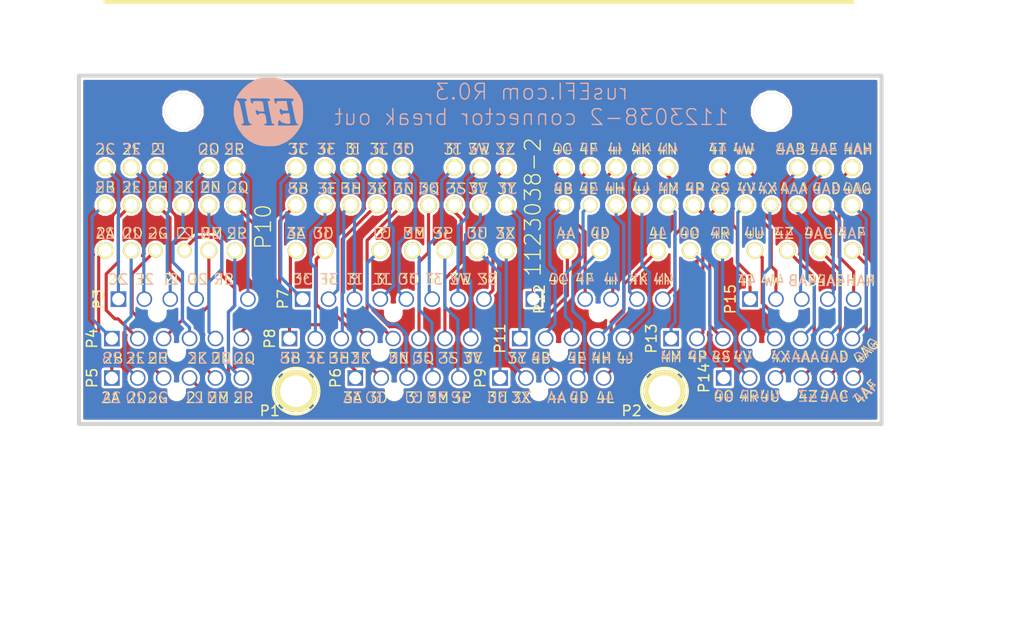
<source format=kicad_pcb>
(kicad_pcb (version 4) (host pcbnew 4.0.5)
  (title_block (title "1123038-2 Connector breakout") (date 2017-03-19) (rev R0.4) (company rusEFI))
  (layers (0 F.Cu signal) (31 B.Cu signal) (34 B.Paste user) (35 F.Paste user) (36 B.SilkS user hide) (37 F.SilkS user) (38 B.Mask user) (39 F.Mask user) (44 Edge.Cuts user))
  (net 0 "")
  (net 1 GND)
  (net 2 /2C)
  (net 3 /2F)
  (net 4 /2I)
  (net 5 /20)
  (net 6 /2R)
  (net 7 /3C)
  (net 8 /3F)
  (net 9 /3I)
  (net 10 /3L)
  (net 11 /3O)
  (net 12 /3T)
  (net 13 /3W)
  (net 14 /3Z)
  (net 15 /2B)
  (net 16 /2E)
  (net 17 /3H)
  (net 18 /2K)
  (net 19 /2N)
  (net 20 /2Q)
  (net 21 /2A)
  (net 22 /2D)
  (net 23 /2G)
  (net 24 /2J)
  (net 25 /2M)
  (net 26 /2P)
  (net 27 /3A)
  (net 28 /3D)
  (net 29 /3J)
  (net 30 /3M)
  (net 31 /3P)
  (net 32 /3B)
  (net 33 /3E)
  (net 34 /3K)
  (net 35 /3N)
  (net 36 /3Q)
  (net 37 /3S)
  (net 38 /3V)
  (net 39 /3U)
  (net 40 /3X)
  (net 41 /4A)
  (net 42 /4D)
  (net 43 /4L)
  (net 44 /4C)
  (net 45 /4F)
  (net 46 /4I)
  (net 47 /4K)
  (net 48 /4N)
  (net 49 /4T)
  (net 50 /4W)
  (net 51 /4AB)
  (net 52 /4AE)
  (net 53 /4AH)
  (net 54 /3Y)
  (net 55 /4B)
  (net 56 /4E)
  (net 57 /4H)
  (net 58 /4J)
  (net 59 /4M)
  (net 60 /4P)
  (net 61 /4S)
  (net 62 /4V)
  (net 63 /4AA)
  (net 64 /4AD)
  (net 65 /4AG)
  (net 66 /4O)
  (net 67 /4R)
  (net 68 /4U)
  (net 69 /4X)
  (net 70 /4AC)
  (net 71 /4AF)
  (net 72 /2H)
  (net 73 /4Z)
  (module Molex_NanoFit_1x05x2.50mm_Straight (layer F.Cu) (at 140.335 63.5)
    (fp_text reference P12 (at -1.905 0 90) (layer F.SilkS))
    (fp_text value CONN_01X05 hide)
    (pad 1 thru_hole rect (at -2.5 0) (size 1.5048 1.5048) (drill 1.2) (layers *.Cu *.Mask) (net 44 /4C))
    (pad 2 thru_hole circle (at 2.5 0) (size 1.5048 1.5048) (drill 1.2) (layers *.Cu *.Mask) (net 45 /4F))
    (pad 3 thru_hole circle (at 5 0) (size 1.5048 1.5048) (drill 1.2) (layers *.Cu *.Mask) (net 46 /4I))
    (pad 4 thru_hole circle (at 7.5 0) (size 1.5048 1.5048) (drill 1.2) (layers *.Cu *.Mask) (net 47 /4K))
    (pad 5 thru_hole circle (at 10 0) (size 1.5048 1.5048) (drill 1.2) (layers *.Cu *.Mask) (net 48 /4N))
    (pad "" np_thru_hole circle (at 3.75 1.34) (size 1.3 1.3) (drill 1.3) (layers *.Cu))
  )
  (module Molex_NanoFit_1x05x2.50mm_Straight (layer F.Cu) (at 97.79 63.5)
    (fp_text reference P3 (at -1.905 0 90) (layer F.SilkS))
    (fp_text value CONN_01X05 hide)
    (pad 1 thru_hole rect (at 0 0) (size 1.5048 1.5048) (drill 1.2) (layers *.Cu *.Mask) (net 2 /2C))
    (pad 2 thru_hole circle (at 2.5 0) (size 1.5048 1.5048) (drill 1.2) (layers *.Cu *.Mask) (net 3 /2F))
    (pad 3 thru_hole circle (at 5 0) (size 1.5048 1.5048) (drill 1.2) (layers *.Cu *.Mask) (net 4 /2I))
    (pad 4 thru_hole circle (at 7.5 0) (size 1.5048 1.5048) (drill 1.2) (layers *.Cu *.Mask) (net 5 /20))
    (pad 5 thru_hole circle (at 12.5 0) (size 1.5048 1.5048) (drill 1.2) (layers *.Cu *.Mask) (net 6 /2R))
    (pad "" np_thru_hole circle (at 3.75 1.34) (size 1.3 1.3) (drill 1.3) (layers *.Cu))
  )
  (module 1123038-2 (layer F.Cu) (at 96.52 50.8)
    (fp_text reference P10 (at 15.24 5.715 90) (layer F.SilkS) (effects (font (thickness 0.127))))
    (fp_text value 1123038-2 (at 41.275 3.81 270) (layer F.SilkS) (effects (font (thickness 0.127))))
    (pad 1 thru_hole circle (at 0 0) (size 1.6 1.6) (drill 1.2) (layers *.Cu *.Mask F.SilkS) (net 2 /2C))
    (pad 2 thru_hole circle (at 2.5 0) (size 1.6 1.6) (drill 1.2) (layers *.Cu *.Mask F.SilkS) (net 3 /2F))
    (pad 3 thru_hole circle (at 5 0) (size 1.6 1.6) (drill 1.2) (layers *.Cu *.Mask F.SilkS) (net 4 /2I))
    (pad 4 thru_hole circle (at 10 0) (size 1.6 1.6) (drill 1.2) (layers *.Cu *.Mask F.SilkS) (net 5 /20))
    (pad 5 thru_hole circle (at 12.5 0) (size 1.6 1.6) (drill 1.2) (layers *.Cu *.Mask F.SilkS) (net 6 /2R))
    (pad 6 thru_hole circle (at 18.4 0) (size 1.6 1.6) (drill 1.2) (layers *.Cu *.Mask F.SilkS) (net 7 /3C))
    (pad 7 thru_hole circle (at 21.2 0) (size 1.6 1.6) (drill 1.2) (layers *.Cu *.Mask F.SilkS) (net 8 /3F))
    (pad 8 thru_hole circle (at 23.7 0) (size 1.6 1.6) (drill 1.2) (layers *.Cu *.Mask F.SilkS) (net 9 /3I))
    (pad 9 thru_hole circle (at 26.2 0) (size 1.6 1.6) (drill 1.2) (layers *.Cu *.Mask F.SilkS) (net 10 /3L))
    (pad 10 thru_hole circle (at 28.7 0) (size 1.6 1.6) (drill 1.2) (layers *.Cu *.Mask F.SilkS) (net 11 /3O))
    (pad 11 thru_hole circle (at 33.7 0) (size 1.6 1.6) (drill 1.2) (layers *.Cu *.Mask F.SilkS) (net 12 /3T))
    (pad 12 thru_hole circle (at 36.2 0) (size 1.6 1.6) (drill 1.2) (layers *.Cu *.Mask F.SilkS) (net 13 /3W))
    (pad 13 thru_hole circle (at 38.7 0) (size 1.6 1.6) (drill 1.2) (layers *.Cu *.Mask F.SilkS) (net 14 /3Z))
    (pad 14 thru_hole circle (at 44.3 0) (size 1.6 1.6) (drill 1.2) (layers *.Cu *.Mask F.SilkS) (net 44 /4C))
    (pad 15 thru_hole circle (at 46.8 0) (size 1.6 1.6) (drill 1.2) (layers *.Cu *.Mask F.SilkS) (net 45 /4F))
    (pad 16 thru_hole circle (at 49.3 0) (size 1.6 1.6) (drill 1.2) (layers *.Cu *.Mask F.SilkS) (net 46 /4I))
    (pad 17 thru_hole circle (at 51.8 0) (size 1.6 1.6) (drill 1.2) (layers *.Cu *.Mask F.SilkS) (net 47 /4K))
    (pad 18 thru_hole circle (at 54.3 0) (size 1.6 1.6) (drill 1.2) (layers *.Cu *.Mask F.SilkS) (net 48 /4N))
    (pad 19 thru_hole circle (at 59.3 0) (size 1.6 1.6) (drill 1.2) (layers *.Cu *.Mask F.SilkS) (net 49 /4T))
    (pad 20 thru_hole circle (at 61.8 0) (size 1.6 1.6) (drill 1.2) (layers *.Cu *.Mask F.SilkS) (net 50 /4W))
    (pad 21 thru_hole circle (at 66.8 0) (size 1.6 1.6) (drill 1.2) (layers *.Cu *.Mask F.SilkS) (net 51 /4AB))
    (pad 22 thru_hole circle (at 69.3 0) (size 1.6 1.6) (drill 1.2) (layers *.Cu *.Mask F.SilkS) (net 52 /4AE))
    (pad 23 thru_hole circle (at 72.1 0) (size 1.6 1.6) (drill 1.2) (layers *.Cu *.Mask F.SilkS) (net 53 /4AH))
    (pad 24 thru_hole circle (at 0 3.6) (size 1.6 1.6) (drill 1.2) (layers *.Cu *.Mask F.SilkS) (net 15 /2B))
    (pad 25 thru_hole circle (at 2.5 3.6) (size 1.6 1.6) (drill 1.2) (layers *.Cu *.Mask F.SilkS) (net 16 /2E))
    (pad 26 thru_hole circle (at 5 3.6) (size 1.6 1.6) (drill 1.2) (layers *.Cu *.Mask F.SilkS) (net 72 /2H))
    (pad 27 thru_hole circle (at 7.5 3.6) (size 1.6 1.6) (drill 1.2) (layers *.Cu *.Mask F.SilkS) (net 18 /2K))
    (pad 28 thru_hole circle (at 10 3.6) (size 1.6 1.6) (drill 1.2) (layers *.Cu *.Mask F.SilkS) (net 19 /2N))
    (pad 29 thru_hole circle (at 12.5 3.6) (size 1.6 1.6) (drill 1.2) (layers *.Cu *.Mask F.SilkS) (net 20 /2Q))
    (pad 30 thru_hole circle (at 18.4 3.6) (size 1.6 1.6) (drill 1.2) (layers *.Cu *.Mask F.SilkS) (net 32 /3B))
    (pad 31 thru_hole circle (at 21.2 3.6) (size 1.6 1.6) (drill 1.2) (layers *.Cu *.Mask F.SilkS) (net 33 /3E))
    (pad 32 thru_hole circle (at 23.7 3.6) (size 1.6 1.6) (drill 1.2) (layers *.Cu *.Mask F.SilkS) (net 17 /3H))
    (pad 33 thru_hole circle (at 26.2 3.6) (size 1.6 1.6) (drill 1.2) (layers *.Cu *.Mask F.SilkS) (net 34 /3K))
    (pad 34 thru_hole circle (at 28.7 3.6) (size 1.6 1.6) (drill 1.2) (layers *.Cu *.Mask F.SilkS) (net 35 /3N))
    (pad 35 thru_hole circle (at 31.2 3.6) (size 1.6 1.6) (drill 1.2) (layers *.Cu *.Mask F.SilkS) (net 36 /3Q))
    (pad 36 thru_hole circle (at 33.7 3.6) (size 1.6 1.6) (drill 1.2) (layers *.Cu *.Mask F.SilkS) (net 37 /3S))
    (pad 37 thru_hole circle (at 36.2 3.6) (size 1.6 1.6) (drill 1.2) (layers *.Cu *.Mask F.SilkS) (net 38 /3V))
    (pad 38 thru_hole circle (at 38.7 3.6) (size 1.6 1.6) (drill 1.2) (layers *.Cu *.Mask F.SilkS) (net 54 /3Y))
    (pad 39 thru_hole circle (at 44.3 3.6) (size 1.4 1.4) (drill 1) (layers *.Cu *.Mask F.SilkS) (net 55 /4B))
    (pad 40 thru_hole circle (at 46.8 3.6) (size 1.4 1.4) (drill 1.1) (layers *.Cu *.Mask F.SilkS) (net 56 /4E))
    (pad 41 thru_hole circle (at 49.3 3.6) (size 1.6 1.6) (drill 1.2) (layers *.Cu *.Mask F.SilkS) (net 57 /4H))
    (pad 42 thru_hole circle (at 51.8 3.6) (size 1.6 1.6) (drill 1.2) (layers *.Cu *.Mask F.SilkS) (net 58 /4J))
    (pad 43 thru_hole circle (at 54.3 3.6) (size 1.6 1.6) (drill 1.2) (layers *.Cu *.Mask F.SilkS) (net 59 /4M))
    (pad 44 thru_hole circle (at 56.8 3.6) (size 1.6 1.6) (drill 1.2) (layers *.Cu *.Mask F.SilkS) (net 60 /4P))
    (pad 45 thru_hole circle (at 59.3 3.6) (size 1.6 1.6) (drill 1.2) (layers *.Cu *.Mask F.SilkS) (net 61 /4S))
    (pad 46 thru_hole circle (at 61.8 3.6) (size 1.6 1.6) (drill 1.2) (layers *.Cu *.Mask F.SilkS) (net 62 /4V))
    (pad 47 thru_hole circle (at 64.3 3.6) (size 1.4 1.4) (drill 1) (layers *.Cu *.Mask F.SilkS) (net 69 /4X))
    (pad 48 thru_hole circle (at 66.8 3.6) (size 1.4 1.4) (drill 1) (layers *.Cu *.Mask F.SilkS) (net 63 /4AA))
    (pad 49 thru_hole circle (at 69.3 3.6) (size 1.6 1.6) (drill 1.2) (layers *.Cu *.Mask F.SilkS) (net 64 /4AD))
    (pad 50 thru_hole circle (at 72.1 3.6) (size 1.6 1.6) (drill 1.2) (layers *.Cu *.Mask F.SilkS) (net 65 /4AG))
    (pad 51 thru_hole circle (at 0 8) (size 1.6 1.6) (drill 1.2) (layers *.Cu *.Mask F.SilkS) (net 21 /2A))
    (pad 52 thru_hole circle (at 2.5 8) (size 1.6 1.6) (drill 1.2) (layers *.Cu *.Mask F.SilkS) (net 22 /2D))
    (pad 53 thru_hole circle (at 4.8476 8) (size 1.4 1.4) (drill 1) (layers *.Cu *.Mask F.SilkS) (net 23 /2G))
    (pad 54 thru_hole circle (at 7.6524 8) (size 1.4 1.4) (drill 1) (layers *.Cu *.Mask F.SilkS) (net 24 /2J))
    (pad 55 thru_hole circle (at 10 8) (size 1.6 1.6) (drill 1.2) (layers *.Cu *.Mask F.SilkS) (net 25 /2M))
    (pad 56 thru_hole circle (at 12.5 8) (size 1.6 1.6) (drill 1.2) (layers *.Cu *.Mask F.SilkS) (net 26 /2P))
    (pad 57 thru_hole circle (at 18.4 8) (size 1.6 1.6) (drill 1.2) (layers *.Cu *.Mask F.SilkS) (net 27 /3A))
    (pad 58 thru_hole circle (at 21.2 8) (size 1.6 1.6) (drill 1.2) (layers *.Cu *.Mask F.SilkS) (net 28 /3D))
    (pad 59 thru_hole circle (at 26.51 8) (size 1.6 1.6) (drill 1.2) (layers *.Cu *.Mask F.SilkS) (net 29 /3J))
    (pad 60 thru_hole circle (at 29.64 8) (size 1.6 1.6) (drill 1.2) (layers *.Cu *.Mask F.SilkS) (net 30 /3M))
    (pad 61 thru_hole circle (at 32.77 8) (size 1.6 1.6) (drill 1.2) (layers *.Cu *.Mask F.SilkS) (net 31 /3P))
    (pad 62 thru_hole circle (at 35.9 8) (size 1.6 1.6) (drill 1.2) (layers *.Cu *.Mask F.SilkS) (net 39 /3U))
    (pad 63 thru_hole circle (at 38.7 8) (size 1.6 1.6) (drill 1.2) (layers *.Cu *.Mask F.SilkS) (net 40 /3X))
    (pad 64 thru_hole circle (at 44.6 8) (size 1.6 1.6) (drill 1.2) (layers *.Cu *.Mask F.SilkS) (net 41 /4A))
    (pad 65 thru_hole circle (at 47.73 8) (size 1.6 1.6) (drill 1.2) (layers *.Cu *.Mask F.SilkS) (net 42 /4D))
    (pad 66 thru_hole circle (at 53.32 8) (size 1.6 1.6) (drill 1.2) (layers *.Cu *.Mask F.SilkS) (net 43 /4L))
    (pad 67 thru_hole circle (at 56.45 8) (size 1.6 1.6) (drill 1.2) (layers *.Cu *.Mask F.SilkS) (net 66 /4O))
    (pad 68 thru_hole circle (at 59.58 8) (size 1.6 1.6) (drill 1.2) (layers *.Cu *.Mask F.SilkS) (net 67 /4R))
    (pad 69 thru_hole circle (at 62.71 8) (size 1.6 1.6) (drill 1.2) (layers *.Cu *.Mask F.SilkS) (net 68 /4U))
    (pad 70 thru_hole circle (at 65.84 8) (size 1.6 1.6) (drill 1.2) (layers *.Cu *.Mask F.SilkS) (net 73 /4Z))
    (pad 71 thru_hole circle (at 68.97 8) (size 1.6 1.6) (drill 1.2) (layers *.Cu *.Mask F.SilkS) (net 70 /4AC))
    (pad 72 thru_hole circle (at 72.1 8) (size 1.6 1.6) (drill 1.2) (layers *.Cu *.Mask F.SilkS) (net 71 /4AF))
    (pad "" thru_hole circle (at 64.3 -5.45) (size 3.5 3.5) (drill 3.5) (layers *.Cu *.Mask F.SilkS))
    (pad "" thru_hole circle (at 7.5 -5.45) (size 3.5 3.5) (drill 3.5) (layers *.Cu *.Mask F.SilkS))
  )
  (module Molex_NanoFit_1x06x2.50mm_Straight (layer F.Cu) (at 156.21 71.12)
    (fp_text reference P14 (at -1.905 0 90) (layer F.SilkS))
    (fp_text value CONN_01X06 hide)
    (pad 1 thru_hole rect (at 0 0) (size 1.5048 1.5048) (drill 1.2) (layers *.Cu *.Mask) (net 66 /4O))
    (pad 2 thru_hole circle (at 2.5 0) (size 1.5048 1.5048) (drill 1.2) (layers *.Cu *.Mask) (net 67 /4R))
    (pad 3 thru_hole circle (at 5 0) (size 1.5048 1.5048) (drill 1.2) (layers *.Cu *.Mask) (net 68 /4U))
    (pad 4 thru_hole circle (at 7.5 0) (size 1.5048 1.5048) (drill 1.2) (layers *.Cu *.Mask) (net 73 /4Z))
    (pad 5 thru_hole circle (at 10 0) (size 1.5048 1.5048) (drill 1.2) (layers *.Cu *.Mask) (net 70 /4AC))
    (pad 6 thru_hole circle (at 12.5 0) (size 1.5048 1.5048) (drill 1.2) (layers *.Cu *.Mask) (net 71 /4AF))
    (pad "" np_thru_hole circle (at 6.25 1.34) (size 1.3 1.3) (drill 1.3) (layers *.Cu))
  )
  (module Molex_NanoFit_1x05x2.50mm_Straight (layer F.Cu) (at 158.75 63.5)
    (fp_text reference P15 (at -1.905 0 90) (layer F.SilkS))
    (fp_text value CONN_01X05 hide)
    (pad 1 thru_hole rect (at 0 0) (size 1.5048 1.5048) (drill 1.2) (layers *.Cu *.Mask) (net 49 /4T))
    (pad 2 thru_hole circle (at 2.5 0) (size 1.5048 1.5048) (drill 1.2) (layers *.Cu *.Mask) (net 50 /4W))
    (pad 3 thru_hole circle (at 5 0) (size 1.5048 1.5048) (drill 1.2) (layers *.Cu *.Mask) (net 51 /4AB))
    (pad 4 thru_hole circle (at 7.5 0) (size 1.5048 1.5048) (drill 1.2) (layers *.Cu *.Mask) (net 52 /4AE))
    (pad 5 thru_hole circle (at 10 0) (size 1.5048 1.5048) (drill 1.2) (layers *.Cu *.Mask) (net 53 /4AH))
    (pad "" np_thru_hole circle (at 3.75 1.34) (size 1.3 1.3) (drill 1.3) (layers *.Cu))
  )
  (module Molex_NanoFit_1x08x2.50mm_Straight (layer F.Cu) (at 151.13 67.31)
    (fp_text reference P13 (at -1.905 0 90) (layer F.SilkS))
    (fp_text value CONN_01X08 hide)
    (pad 1 thru_hole rect (at 0 0) (size 1.5048 1.5048) (drill 1.2) (layers *.Cu *.Mask) (net 59 /4M))
    (pad 2 thru_hole circle (at 2.5 0) (size 1.5048 1.5048) (drill 1.2) (layers *.Cu *.Mask) (net 60 /4P))
    (pad 3 thru_hole circle (at 5 0) (size 1.5048 1.5048) (drill 1.2) (layers *.Cu *.Mask) (net 61 /4S))
    (pad 4 thru_hole circle (at 7.5 0) (size 1.5048 1.5048) (drill 1.2) (layers *.Cu *.Mask) (net 62 /4V))
    (pad 5 thru_hole circle (at 10 0) (size 1.5048 1.5048) (drill 1.2) (layers *.Cu *.Mask) (net 69 /4X))
    (pad 6 thru_hole circle (at 12.5 0) (size 1.5048 1.5048) (drill 1.2) (layers *.Cu *.Mask) (net 63 /4AA))
    (pad 7 thru_hole circle (at 15 0) (size 1.5048 1.5048) (drill 1.2) (layers *.Cu *.Mask) (net 64 /4AD))
    (pad 8 thru_hole circle (at 17.5 0) (size 1.5048 1.5048) (drill 1.2) (layers *.Cu *.Mask) (net 65 /4AG))
    (pad "" np_thru_hole circle (at 8.75 1.34) (size 1.3 1.3) (drill 1.3) (layers *.Cu))
  )
  (module Molex_NanoFit_1x05x2.50mm_Straight (layer F.Cu) (at 134.62 71.12)
    (fp_text reference P9 (at -1.905 0 90) (layer F.SilkS))
    (fp_text value CONN_01X05 hide)
    (pad 1 thru_hole rect (at 0 0) (size 1.5048 1.5048) (drill 1.2) (layers *.Cu *.Mask) (net 39 /3U))
    (pad 2 thru_hole circle (at 2.5 0) (size 1.5048 1.5048) (drill 1.2) (layers *.Cu *.Mask) (net 40 /3X))
    (pad 3 thru_hole circle (at 5 0) (size 1.5048 1.5048) (drill 1.2) (layers *.Cu *.Mask) (net 41 /4A))
    (pad 4 thru_hole circle (at 7.5 0) (size 1.5048 1.5048) (drill 1.2) (layers *.Cu *.Mask) (net 42 /4D))
    (pad 5 thru_hole circle (at 10 0) (size 1.5048 1.5048) (drill 1.2) (layers *.Cu *.Mask) (net 43 /4L))
    (pad "" np_thru_hole circle (at 3.75 1.34) (size 1.3 1.3) (drill 1.3) (layers *.Cu))
  )
  (module Molex_NanoFit_1x05x2.50mm_Straight (layer F.Cu) (at 136.525 67.31)
    (fp_text reference P11 (at -1.905 0 90) (layer F.SilkS))
    (fp_text value CONN_01X05 hide)
    (pad 1 thru_hole rect (at 0 0) (size 1.5048 1.5048) (drill 1.2) (layers *.Cu *.Mask) (net 54 /3Y))
    (pad 2 thru_hole circle (at 2.5 0) (size 1.5048 1.5048) (drill 1.2) (layers *.Cu *.Mask) (net 55 /4B))
    (pad 3 thru_hole circle (at 5 0) (size 1.5048 1.5048) (drill 1.2) (layers *.Cu *.Mask) (net 56 /4E))
    (pad 4 thru_hole circle (at 7.5 0) (size 1.5048 1.5048) (drill 1.2) (layers *.Cu *.Mask) (net 57 /4H))
    (pad 5 thru_hole circle (at 10 0) (size 1.5048 1.5048) (drill 1.2) (layers *.Cu *.Mask) (net 58 /4J))
    (pad "" np_thru_hole circle (at 3.75 1.34) (size 1.3 1.3) (drill 1.3) (layers *.Cu))
  )
  (module Molex_NanoFit_1x05x2.50mm_Straight (layer F.Cu) (at 120.65 71.12)
    (fp_text reference P6 (at -1.905 0 90) (layer F.SilkS))
    (fp_text value CONN_01X05 hide)
    (pad 1 thru_hole rect (at 0 0) (size 1.5048 1.5048) (drill 1.2) (layers *.Cu *.Mask) (net 27 /3A))
    (pad 2 thru_hole circle (at 2.5 0) (size 1.5048 1.5048) (drill 1.2) (layers *.Cu *.Mask) (net 28 /3D))
    (pad 3 thru_hole circle (at 5 0) (size 1.5048 1.5048) (drill 1.2) (layers *.Cu *.Mask) (net 29 /3J))
    (pad 4 thru_hole circle (at 7.5 0) (size 1.5048 1.5048) (drill 1.2) (layers *.Cu *.Mask) (net 30 /3M))
    (pad 5 thru_hole circle (at 10 0) (size 1.5048 1.5048) (drill 1.2) (layers *.Cu *.Mask) (net 31 /3P))
    (pad "" np_thru_hole circle (at 3.75 1.34) (size 1.3 1.3) (drill 1.3) (layers *.Cu))
  )
  (module Molex_NanoFit_1x08x2.50mm_Straight (layer F.Cu) (at 114.3 67.31)
    (fp_text reference P8 (at -1.905 0 270) (layer F.SilkS))
    (fp_text value CONN_01X08 hide)
    (pad 1 thru_hole rect (at 0 0) (size 1.5048 1.5048) (drill 1.2) (layers *.Cu *.Mask) (net 32 /3B))
    (pad 2 thru_hole circle (at 2.5 0) (size 1.5048 1.5048) (drill 1.2) (layers *.Cu *.Mask) (net 33 /3E))
    (pad 3 thru_hole circle (at 5 0) (size 1.5048 1.5048) (drill 1.2) (layers *.Cu *.Mask) (net 17 /3H))
    (pad 4 thru_hole circle (at 7.5 0) (size 1.5048 1.5048) (drill 1.2) (layers *.Cu *.Mask) (net 34 /3K))
    (pad 5 thru_hole circle (at 10 0) (size 1.5048 1.5048) (drill 1.2) (layers *.Cu *.Mask) (net 35 /3N))
    (pad 6 thru_hole circle (at 12.5 0) (size 1.5048 1.5048) (drill 1.2) (layers *.Cu *.Mask) (net 36 /3Q))
    (pad 7 thru_hole circle (at 15 0) (size 1.5048 1.5048) (drill 1.2) (layers *.Cu *.Mask) (net 37 /3S))
    (pad 8 thru_hole circle (at 17.5 0) (size 1.5048 1.5048) (drill 1.2) (layers *.Cu *.Mask) (net 38 /3V))
    (pad "" np_thru_hole circle (at 8.75 1.34) (size 1.3 1.3) (drill 1.3) (layers *.Cu))
  )
  (module Molex_NanoFit_1x08x2.50mm_Straight (layer F.Cu) (at 115.57 63.5)
    (fp_text reference P7 (at -1.905 0 90) (layer F.SilkS))
    (fp_text value CONN_01X08 hide)
    (pad 1 thru_hole rect (at 0 0) (size 1.5048 1.5048) (drill 1.2) (layers *.Cu *.Mask) (net 7 /3C))
    (pad 2 thru_hole circle (at 2.5 0) (size 1.5048 1.5048) (drill 1.2) (layers *.Cu *.Mask) (net 8 /3F))
    (pad 3 thru_hole circle (at 5 0) (size 1.5048 1.5048) (drill 1.2) (layers *.Cu *.Mask) (net 9 /3I))
    (pad 4 thru_hole circle (at 7.5 0) (size 1.5048 1.5048) (drill 1.2) (layers *.Cu *.Mask) (net 10 /3L))
    (pad 5 thru_hole circle (at 10 0) (size 1.5048 1.5048) (drill 1.2) (layers *.Cu *.Mask) (net 11 /3O))
    (pad 6 thru_hole circle (at 12.5 0) (size 1.5048 1.5048) (drill 1.2) (layers *.Cu *.Mask) (net 12 /3T))
    (pad 7 thru_hole circle (at 15 0) (size 1.5048 1.5048) (drill 1.2) (layers *.Cu *.Mask) (net 13 /3W))
    (pad 8 thru_hole circle (at 17.5 0) (size 1.5048 1.5048) (drill 1.2) (layers *.Cu *.Mask) (net 14 /3Z))
    (pad "" np_thru_hole circle (at 8.75 1.34) (size 1.3 1.3) (drill 1.3) (layers *.Cu))
  )
  (module Molex_NanoFit_1x06x2.50mm_Straight (layer F.Cu) (at 97.155 71.12)
    (fp_text reference P5 (at -1.905 0 90) (layer F.SilkS))
    (fp_text value CONN_01X06 hide)
    (pad 1 thru_hole rect (at 0 0) (size 1.5048 1.5048) (drill 1.2) (layers *.Cu *.Mask) (net 21 /2A))
    (pad 2 thru_hole circle (at 2.5 0) (size 1.5048 1.5048) (drill 1.2) (layers *.Cu *.Mask) (net 22 /2D))
    (pad 3 thru_hole circle (at 5 0) (size 1.5048 1.5048) (drill 1.2) (layers *.Cu *.Mask) (net 23 /2G))
    (pad 4 thru_hole circle (at 7.5 0) (size 1.5048 1.5048) (drill 1.2) (layers *.Cu *.Mask) (net 24 /2J))
    (pad 5 thru_hole circle (at 10 0) (size 1.5048 1.5048) (drill 1.2) (layers *.Cu *.Mask) (net 25 /2M))
    (pad 6 thru_hole circle (at 12.5 0) (size 1.5048 1.5048) (drill 1.2) (layers *.Cu *.Mask) (net 26 /2P))
    (pad "" np_thru_hole circle (at 6.25 1.34) (size 1.3 1.3) (drill 1.3) (layers *.Cu))
  )
  (module Molex_NanoFit_1x06x2.50mm_Straight (layer F.Cu) (at 97.155 67.31)
    (fp_text reference P4 (at -1.905 0 90) (layer F.SilkS))
    (fp_text value CONN_01X06 hide)
    (pad 1 thru_hole rect (at 0 0) (size 1.5048 1.5048) (drill 1.2) (layers *.Cu *.Mask) (net 15 /2B))
    (pad 2 thru_hole circle (at 2.5 0) (size 1.5048 1.5048) (drill 1.2) (layers *.Cu *.Mask) (net 16 /2E))
    (pad 3 thru_hole circle (at 5 0) (size 1.5048 1.5048) (drill 1.2) (layers *.Cu *.Mask) (net 72 /2H))
    (pad 4 thru_hole circle (at 7.5 0) (size 1.5048 1.5048) (drill 1.2) (layers *.Cu *.Mask) (net 18 /2K))
    (pad 5 thru_hole circle (at 10 0) (size 1.5048 1.5048) (drill 1.2) (layers *.Cu *.Mask) (net 19 /2N))
    (pad 6 thru_hole circle (at 12.5 0) (size 1.5048 1.5048) (drill 1.2) (layers *.Cu *.Mask) (net 20 /2Q))
    (pad "" np_thru_hole circle (at 6.25 1.34) (size 1.3 1.3) (drill 1.3) (layers *.Cu))
  )
  (module 1pin (layer F.Cu) (at 114.935 72.39)
    (fp_text reference P1 (at -2.54 1.905) (layer F.SilkS))
    (fp_text value CONN_1 hide)
    (pad 1 thru_hole circle (at 0 0) (size 4.064 4.064) (drill 3.048) (layers *.Cu *.Mask F.SilkS) (net 1 GND))
  )
  (module 1pin (layer F.Cu) (at 150.495 72.39)
    (fp_text reference P2 (at -3.175 1.905) (layer F.SilkS))
    (fp_text value CONN_1 hide)
    (pad 1 thru_hole circle (at 0 0) (size 4.064 4.064) (drill 3.048) (layers *.Cu *.Mask F.SilkS) (net 1 GND))
  )
  (module logo:LOGO (layer B.Cu) (at 112.268 45.466 180)
    (fp_text reference G1 hide)
    (fp_text value LOGO hide)
  )
  (gr_text 2C (at 96.52 49.022) (layer F.SilkS) (effects (font (size 1.016 1.016) (thickness 0.127))))
  (gr_text 2C (at 97.663 61.595) (layer F.SilkS) (effects (font (size 1.016 1.016) (thickness 0.127))))
  (gr_text 2B (at 96.52 52.705) (layer F.SilkS) (effects (font (size 1.016 1.016) (thickness 0.127))))
  (gr_text 2A (at 96.52 57.15) (layer F.SilkS) (effects (font (size 1.016 1.016) (thickness 0.127))))
  (gr_text 2B (at 97.282 69.215) (layer F.SilkS) (effects (font (size 1.016 1.016) (thickness 0.127))))
  (gr_text 2A (at 97.028 73.025) (layer F.SilkS) (effects (font (size 1.016 1.016) (thickness 0.127))))
  (gr_text 2F (at 100.33 61.595) (layer F.SilkS) (effects (font (size 1.016 1.016) (thickness 0.127))))
  (gr_text 2I (at 102.87 61.595) (layer F.SilkS) (effects (font (size 1.016 1.016) (thickness 0.127))))
  (gr_text 2O (at 105.41 61.595) (layer F.SilkS) (effects (font (size 1.016 1.016) (thickness 0.127))))
  (gr_text 2R (at 107.95 61.595) (layer F.SilkS) (effects (font (size 1.016 1.016) (thickness 0.127))))
  (gr_text 2E (at 99.441 69.215) (layer F.SilkS) (effects (font (size 1.016 1.016) (thickness 0.127))))
  (gr_text 2H (at 101.6 69.215) (layer F.SilkS) (effects (font (size 1.016 1.016) (thickness 0.127))))
  (gr_text 2K (at 105.41 69.215) (layer F.SilkS) (effects (font (size 1.016 1.016) (thickness 0.127))))
  (gr_text 2N (at 107.696 69.215) (layer F.SilkS) (effects (font (size 1.016 1.016) (thickness 0.127))))
  (gr_text 2Q (at 109.982 69.215) (layer F.SilkS) (effects (font (size 1.016 1.016) (thickness 0.127))))
  (gr_text 2D (at 99.568 73.025) (layer F.SilkS) (effects (font (size 1.016 1.016) (thickness 0.127))))
  (gr_text 2G (at 101.6 73.025) (layer F.SilkS) (effects (font (size 1.016 1.016) (thickness 0.127))))
  (gr_text 2J (at 105.156 73.025) (layer F.SilkS) (effects (font (size 1.016 1.016) (thickness 0.127))))
  (gr_text 2M (at 107.442 73.025) (layer F.SilkS) (effects (font (size 1.016 1.016) (thickness 0.127))))
  (gr_text 2P (at 109.855 73.025) (layer F.SilkS) (effects (font (size 1.016 1.016) (thickness 0.127))))
  (gr_text 4O (at 152.908 57.15) (layer F.SilkS) (effects (font (size 1.016 1.016) (thickness 0.127))))
  (gr_text 4L (at 149.86 57.15) (layer F.SilkS) (effects (font (size 1.016 1.016) (thickness 0.127))))
  (gr_text 4D (at 144.272 57.15) (layer F.SilkS) (effects (font (size 1.016 1.016) (thickness 0.127))))
  (gr_text 3S (at 130.429 52.832) (layer F.SilkS) (effects (font (size 1.016 1.016) (thickness 0.127))))
  (gr_text 3V (at 132.461 52.832) (layer F.SilkS) (effects (font (size 1.016 1.016) (thickness 0.127))))
  (gr_text 3Y (at 135.255 52.832) (layer F.SilkS) (effects (font (size 1.016 1.016) (thickness 0.127))))
  (gr_text 3P (at 130.937 73.025) (layer F.SilkS) (effects (font (size 1.016 1.016) (thickness 0.127))))
  (gr_text 3M (at 128.651 73.025) (layer F.SilkS) (effects (font (size 1.016 1.016) (thickness 0.127))))
  (gr_text 3J (at 126.365 73.025) (layer F.SilkS) (effects (font (size 1.016 1.016) (thickness 0.127))))
  (gr_text 3D (at 122.809 73.025) (layer F.SilkS) (effects (font (size 1.016 1.016) (thickness 0.127))))
  (gr_text 3A (at 120.396 73.025) (layer F.SilkS) (effects (font (size 1.016 1.016) (thickness 0.127))))
  (gr_text 3Q (at 127.254 69.215) (layer F.SilkS) (effects (font (size 1.016 1.016) (thickness 0.127))))
  (gr_text 3N (at 124.841 69.215) (layer F.SilkS) (effects (font (size 1.016 1.016) (thickness 0.127))))
  (gr_text 3K (at 121.158 69.215) (layer F.SilkS) (effects (font (size 1.016 1.016) (thickness 0.127))))
  (gr_text 3H (at 119.126 69.215) (layer F.SilkS) (effects (font (size 1.016 1.016) (thickness 0.127))))
  (gr_text 3E (at 116.84 69.215) (layer F.SilkS) (effects (font (size 1.016 1.016) (thickness 0.127))))
  (gr_text 3B (at 114.427 69.215) (layer F.SilkS) (effects (font (size 1.016 1.016) (thickness 0.127))))
  (gr_text 3T (at 128.27 61.595) (layer F.SilkS) (effects (font (size 1.016 1.016) (thickness 0.127))))
  (gr_text 3O (at 125.857 61.595) (layer F.SilkS) (effects (font (size 1.016 1.016) (thickness 0.127))))
  (gr_text 3L (at 123.317 61.595) (layer F.SilkS) (effects (font (size 1.016 1.016) (thickness 0.127))))
  (gr_text 3I (at 120.523 61.595) (layer F.SilkS) (effects (font (size 1.016 1.016) (thickness 0.127))))
  (gr_text 3F (at 118.11 61.595) (layer F.SilkS) (effects (font (size 1.016 1.016) (thickness 0.127))))
  (gr_text 3C (at 115.57 61.595) (layer F.SilkS) (effects (font (size 1.016 1.016) (thickness 0.127))))
  (gr_text 4L (at 144.78 73.025) (layer F.SilkS) (effects (font (size 1.016 1.016) (thickness 0.127))))
  (gr_text 4D (at 142.24 73.025) (layer F.SilkS) (effects (font (size 1.016 1.016) (thickness 0.127))))
  (gr_text 4A (at 140.081 73.025) (layer F.SilkS) (effects (font (size 1.016 1.016) (thickness 0.127))))
  (gr_text 3X (at 136.652 73.025) (layer F.SilkS) (effects (font (size 1.016 1.016) (thickness 0.127))))
  (gr_text 3U (at 134.366 73.025) (layer F.SilkS) (effects (font (size 1.016 1.016) (thickness 0.127))))
  (gr_text 4AD (at 166.878 69.088) (layer F.SilkS) (effects (font (size 1.016 1.016) (thickness 0.127))))
  (gr_text 4J (at 146.685 69.215) (layer F.SilkS) (effects (font (size 1.016 1.016) (thickness 0.127))))
  (gr_text 4H (at 144.399 69.215) (layer F.SilkS) (effects (font (size 1.016 1.016) (thickness 0.127))))
  (gr_text 4E (at 141.986 69.215) (layer F.SilkS) (effects (font (size 1.016 1.016) (thickness 0.127))))
  (gr_text 4B (at 138.557 69.215) (layer F.SilkS) (effects (font (size 1.016 1.016) (thickness 0.127))))
  (gr_text 3Y (at 136.271 69.215) (layer F.SilkS) (effects (font (size 1.016 1.016) (thickness 0.127))))
  (gr_text 3V (at 131.953 69.215) (layer F.SilkS) (effects (font (size 1.016 1.016) (thickness 0.127))))
  (gr_text 3S (at 129.667 69.215) (layer F.SilkS) (effects (font (size 1.016 1.016) (thickness 0.127))))
  (gr_text 3Z (at 133.477 61.595) (layer F.SilkS) (effects (font (size 1.016 1.016) (thickness 0.127))))
  (gr_text 3W (at 130.81 61.595) (layer F.SilkS) (effects (font (size 1.016 1.016) (thickness 0.127))))
  (gr_text 4AF (at 169.926 72.517 45) (layer F.SilkS) (effects (font (size 1.016 1.016) (thickness 0.127))))
  (gr_text 4AC (at 166.878 72.898) (layer F.SilkS) (effects (font (size 1.016 1.016) (thickness 0.127))))
  (gr_text 4Z (at 164.338 72.898) (layer F.SilkS) (effects (font (size 1.016 1.016) (thickness 0.127))))
  (gr_text 4U (at 160.655 72.898) (layer F.SilkS) (effects (font (size 1.016 1.016) (thickness 0.127))))
  (gr_text 4R (at 158.623 72.898) (layer F.SilkS) (effects (font (size 1.016 1.016) (thickness 0.127))))
  (gr_text 4O (at 156.21 72.898) (layer F.SilkS) (effects (font (size 1.016 1.016) (thickness 0.127))))
  (gr_text 4N (at 150.368 61.595) (layer F.SilkS) (effects (font (size 1.016 1.016) (thickness 0.127))))
  (gr_text 4K (at 147.955 61.595) (layer F.SilkS) (effects (font (size 1.016 1.016) (thickness 0.127))))
  (gr_text 4I (at 145.288 61.595) (layer F.SilkS) (effects (font (size 1.016 1.016) (thickness 0.127))))
  (gr_text 4F (at 142.748 61.595) (layer F.SilkS) (effects (font (size 1.016 1.016) (thickness 0.127))))
  (gr_text 4C (at 140.208 61.595) (layer F.SilkS) (effects (font (size 1.016 1.016) (thickness 0.127))))
  (gr_text 4AH (at 169.418 61.722) (layer F.SilkS) (effects (font (size 1.016 1.016) (thickness 0.127))))
  (gr_text 4AE (at 166.497 61.722) (layer F.SilkS) (effects (font (size 1.016 1.016) (thickness 0.127))))
  (gr_text 4AB (at 163.83 61.722) (layer F.SilkS) (effects (font (size 1.016 1.016) (thickness 0.127))))
  (gr_text 4W (at 160.782 61.722) (layer F.SilkS) (effects (font (size 1.016 1.016) (thickness 0.127))))
  (gr_text 4T (at 158.369 61.722) (layer F.SilkS) (effects (font (size 1.016 1.016) (thickness 0.127))))
  (gr_text 4AG (at 169.926 68.58 45) (layer F.SilkS) (effects (font (size 1.016 1.016) (thickness 0.127))))
  (gr_text 4AA (at 164.084 69.088) (layer F.SilkS) (effects (font (size 1.016 1.016) (thickness 0.127))))
  (gr_text 4X (at 161.671 69.088) (layer F.SilkS) (effects (font (size 1.016 1.016) (thickness 0.127))))
  (gr_text 4V (at 157.988 69.088) (layer F.SilkS) (effects (font (size 1.016 1.016) (thickness 0.127))))
  (gr_text 4S (at 155.956 69.088) (layer F.SilkS) (effects (font (size 1.016 1.016) (thickness 0.127))))
  (gr_text 4P (at 153.67 69.088) (layer F.SilkS) (effects (font (size 1.016 1.016) (thickness 0.127))))
  (gr_text 4M (at 151.13 69.088) (layer F.SilkS) (effects (font (size 1.016 1.016) (thickness 0.127))))
  (gr_text 3A (at 114.935 57.15) (layer F.SilkS) (effects (font (size 1.016 1.016) (thickness 0.127))))
  (gr_text 2P (at 109.22 57.15) (layer F.SilkS) (effects (font (size 1.016 1.016) (thickness 0.127))))
  (gr_text 2M (at 106.807 57.15) (layer F.SilkS) (effects (font (size 1.016 1.016) (thickness 0.127))))
  (gr_text 2J (at 104.267 57.15) (layer F.SilkS) (effects (font (size 1.016 1.016) (thickness 0.127))))
  (gr_text 2G (at 101.6 57.15) (layer F.SilkS) (effects (font (size 1.016 1.016) (thickness 0.127))))
  (gr_text 2D (at 99.187 57.15) (layer F.SilkS) (effects (font (size 1.016 1.016) (thickness 0.127))))
  (gr_text 3J (at 123.317 57.15) (layer F.SilkS) (effects (font (size 1.016 1.016) (thickness 0.127))))
  (gr_text 2Q (at 109.347 52.705) (layer F.SilkS) (effects (font (size 1.016 1.016) (thickness 0.127))))
  (gr_text 2N (at 106.68 52.705) (layer F.SilkS) (effects (font (size 1.016 1.016) (thickness 0.127))))
  (gr_text 2K (at 104.14 52.705) (layer F.SilkS) (effects (font (size 1.016 1.016) (thickness 0.127))))
  (gr_text 2H (at 101.6 52.705) (layer F.SilkS) (effects (font (size 1.016 1.016) (thickness 0.127))))
  (gr_text 2E (at 99.06 52.705) (layer F.SilkS) (effects (font (size 1.016 1.016) (thickness 0.127))))
  (gr_text 3M (at 126.365 57.15) (layer F.SilkS) (effects (font (size 1.016 1.016) (thickness 0.127))))
  (gr_text 2R (at 108.966 49.022) (layer F.SilkS) (effects (font (size 1.016 1.016) (thickness 0.127))))
  (gr_text 2O (at 106.553 49.022) (layer F.SilkS) (effects (font (size 1.016 1.016) (thickness 0.127))))
  (gr_text 3D (at 117.602 57.15) (layer F.SilkS) (effects (font (size 1.016 1.016) (thickness 0.127))))
  (gr_text 2I (at 101.6 49.022) (layer F.SilkS) (effects (font (size 1.016 1.016) (thickness 0.127))))
  (gr_text 2F (at 99.06 49.022) (layer F.SilkS) (effects (font (size 1.016 1.016) (thickness 0.127))))
  (gr_text 3T (at 130.048 49.022) (layer F.SilkS) (effects (font (size 1.016 1.016) (thickness 0.127))))
  (gr_text 3O (at 125.349 49.022) (layer F.SilkS) (effects (font (size 1.016 1.016) (thickness 0.127))))
  (gr_text 3L (at 122.936 49.022) (layer F.SilkS) (effects (font (size 1.016 1.016) (thickness 0.127))))
  (gr_text 3I (at 120.396 49.022) (layer F.SilkS) (effects (font (size 1.016 1.016) (thickness 0.127))))
  (gr_text 3F (at 117.856 49.022) (layer F.SilkS) (effects (font (size 1.016 1.016) (thickness 0.127))))
  (gr_text 3C (at 115.189 49.022) (layer F.SilkS) (effects (font (size 1.016 1.016) (thickness 0.127))))
  (gr_text 3Q (at 127.762 52.832) (layer F.SilkS) (effects (font (size 1.016 1.016) (thickness 0.127))))
  (gr_text 3N (at 125.349 52.832) (layer F.SilkS) (effects (font (size 1.016 1.016) (thickness 0.127))))
  (gr_text 3K (at 122.809 52.832) (layer F.SilkS) (effects (font (size 1.016 1.016) (thickness 0.127))))
  (gr_text 3H (at 120.269 52.832) (layer F.SilkS) (effects (font (size 1.016 1.016) (thickness 0.127))))
  (gr_text 3E (at 117.983 52.832) (layer F.SilkS) (effects (font (size 1.016 1.016) (thickness 0.127))))
  (gr_text 3B (at 115.189 52.832) (layer F.SilkS) (effects (font (size 1.016 1.016) (thickness 0.127))))
  (gr_text 4AH (at 169.164 49.022) (layer F.SilkS) (effects (font (size 1.016 1.016) (thickness 0.127))))
  (gr_text 4AE (at 165.862 49.022) (layer F.SilkS) (effects (font (size 1.016 1.016) (thickness 0.127))))
  (gr_text 4AB (at 162.687 49.022) (layer F.SilkS) (effects (font (size 1.016 1.016) (thickness 0.127))))
  (gr_text 3Z (at 135.128 49.022) (layer F.SilkS) (effects (font (size 1.016 1.016) (thickness 0.127))))
  (gr_text 4W (at 158.115 49.022) (layer F.SilkS) (effects (font (size 1.016 1.016) (thickness 0.127))))
  (gr_text 4T (at 155.575 49.022) (layer F.SilkS) (effects (font (size 1.016 1.016) (thickness 0.127))))
  (gr_text 4AG (at 169.037 52.832) (layer F.SilkS) (effects (font (size 1.016 1.016) (thickness 0.127))))
  (gr_text 4AD (at 166.116 52.832) (layer F.SilkS) (effects (font (size 1.016 1.016) (thickness 0.127))))
  (gr_text 4AA (at 162.941 52.832) (layer F.SilkS) (effects (font (size 1.016 1.016) (thickness 0.127))))
  (gr_text 4X (at 160.401 52.832) (layer F.SilkS) (effects (font (size 1.016 1.016) (thickness 0.127))))
  (gr_text 4V (at 158.369 52.832) (layer F.SilkS) (effects (font (size 1.016 1.016) (thickness 0.127))))
  (gr_text 4S (at 155.829 52.832) (layer F.SilkS) (effects (font (size 1.016 1.016) (thickness 0.127))))
  (gr_text 4AF (at 168.529 57.15) (layer F.SilkS) (effects (font (size 1.016 1.016) (thickness 0.127))))
  (gr_text 4AC (at 165.354 57.15) (layer F.SilkS) (effects (font (size 1.016 1.016) (thickness 0.127))))
  (gr_text 4Z (at 162.052 57.15) (layer F.SilkS) (effects (font (size 1.016 1.016) (thickness 0.127))))
  (gr_text 4U (at 159.131 57.15) (layer F.SilkS) (effects (font (size 1.016 1.016) (thickness 0.127))))
  (gr_text 4R (at 155.829 57.15) (layer F.SilkS) (effects (font (size 1.016 1.016) (thickness 0.127))))
  (gr_text 4P (at 153.416 52.832) (layer F.SilkS) (effects (font (size 1.016 1.016) (thickness 0.127))))
  (gr_text 4M (at 150.876 52.832) (layer F.SilkS) (effects (font (size 1.016 1.016) (thickness 0.127))))
  (gr_text 4J (at 148.209 52.832) (layer F.SilkS) (effects (font (size 1.016 1.016) (thickness 0.127))))
  (gr_text 4H (at 145.669 52.832) (layer F.SilkS) (effects (font (size 1.016 1.016) (thickness 0.127))))
  (gr_text 4E (at 143.129 52.832) (layer F.SilkS) (effects (font (size 1.016 1.016) (thickness 0.127))))
  (gr_text 4B (at 140.716 52.832) (layer F.SilkS) (effects (font (size 1.016 1.016) (thickness 0.127))))
  (gr_text 3W (at 132.588 49.022) (layer F.SilkS) (effects (font (size 1.016 1.016) (thickness 0.127))))
  (gr_text 4N (at 150.749 49.022) (layer F.SilkS) (effects (font (size 1.016 1.016) (thickness 0.127))))
  (gr_text 4K (at 148.209 49.022) (layer F.SilkS) (effects (font (size 1.016 1.016) (thickness 0.127))))
  (gr_text 4I (at 145.669 49.022) (layer F.SilkS) (effects (font (size 1.016 1.016) (thickness 0.127))))
  (gr_text 4F (at 143.129 49.022) (layer F.SilkS) (effects (font (size 1.016 1.016) (thickness 0.127))))
  (gr_text 4C (at 140.589 49.022) (layer F.SilkS) (effects (font (size 1.016 1.016) (thickness 0.127))))
  (gr_text 3P (at 129.159 57.15) (layer F.SilkS) (effects (font (size 1.016 1.016) (thickness 0.127))))
  (gr_text 3U (at 132.461 57.15) (layer F.SilkS) (effects (font (size 1.016 1.016) (thickness 0.127))))
  (gr_text 3X (at 135.128 57.15) (layer F.SilkS) (effects (font (size 1.016 1.016) (thickness 0.127))))
  (gr_text 4A (at 140.97 57.15) (layer F.SilkS) (effects (font (size 1.016 1.016) (thickness 0.127))))
  (gr_text 4A (at 140.97 57.15) (layer B.SilkS) (effects (font (size 1.016 1.016) (thickness 0.127)) (justify mirror)))
  (gr_text 3X (at 135.128 57.15) (layer B.SilkS) (effects (font (size 1.016 1.016) (thickness 0.127)) (justify mirror)))
  (gr_text 3U (at 132.334 57.15) (layer B.SilkS) (effects (font (size 1.016 1.016) (thickness 0.127)) (justify mirror)))
  (gr_text 3P (at 129.032 57.15) (layer B.SilkS) (effects (font (size 1.016 1.016) (thickness 0.127)) (justify mirror)))
  (gr_text 4C (at 140.716 49.022) (layer B.SilkS) (effects (font (size 1.016 1.016) (thickness 0.127)) (justify mirror)))
  (gr_text 4F (at 143.256 49.022) (layer B.SilkS) (effects (font (size 1.016 1.016) (thickness 0.127)) (justify mirror)))
  (gr_text 4I (at 145.796 49.022) (layer B.SilkS) (effects (font (size 1.016 1.016) (thickness 0.127)) (justify mirror)))
  (gr_text 4K (at 148.336 49.022) (layer B.SilkS) (effects (font (size 1.016 1.016) (thickness 0.127)) (justify mirror)))
  (gr_text 4N (at 150.876 49.022) (layer B.SilkS) (effects (font (size 1.016 1.016) (thickness 0.127)) (justify mirror)))
  (gr_text 3W (at 132.588 49.022) (layer B.SilkS) (effects (font (size 1.016 1.016) (thickness 0.127)) (justify mirror)))
  (gr_text 4B (at 140.716 52.832) (layer B.SilkS) (effects (font (size 1.016 1.016) (thickness 0.127)) (justify mirror)))
  (gr_text 4E (at 143.256 52.832) (layer B.SilkS) (effects (font (size 1.016 1.016) (thickness 0.127)) (justify mirror)))
  (gr_text 4H (at 145.796 52.832) (layer B.SilkS) (effects (font (size 1.016 1.016) (thickness 0.127)) (justify mirror)))
  (gr_text 4J (at 148.336 52.832) (layer B.SilkS) (effects (font (size 1.016 1.016) (thickness 0.127)) (justify mirror)))
  (gr_text 4M (at 150.876 52.832) (layer B.SilkS) (effects (font (size 1.016 1.016) (thickness 0.127)) (justify mirror)))
  (gr_text 4P (at 153.416 52.832) (layer B.SilkS) (effects (font (size 1.016 1.016) (thickness 0.127)) (justify mirror)))
  (gr_text 4R (at 155.956 57.15) (layer B.SilkS) (effects (font (size 1.016 1.016) (thickness 0.127)) (justify mirror)))
  (gr_text 4U (at 159.258 57.15) (layer B.SilkS) (effects (font (size 1.016 1.016) (thickness 0.127)) (justify mirror)))
  (gr_text 4Z (at 162.052 57.15) (layer B.SilkS) (effects (font (size 1.016 1.016) (thickness 0.127)) (justify mirror)))
  (gr_text 4AC (at 165.354 57.15) (layer B.SilkS) (effects (font (size 1.016 1.016) (thickness 0.127)) (justify mirror)))
  (gr_text 4AF (at 168.656 57.15) (layer B.SilkS) (effects (font (size 1.016 1.016) (thickness 0.127)) (justify mirror)))
  (gr_text 4S (at 155.956 52.832) (layer B.SilkS) (effects (font (size 1.016 1.016) (thickness 0.127)) (justify mirror)))
  (gr_text 4V (at 158.496 52.832) (layer B.SilkS) (effects (font (size 1.016 1.016) (thickness 0.127)) (justify mirror)))
  (gr_text 4X (at 160.528 52.832) (layer B.SilkS) (effects (font (size 1.016 1.016) (thickness 0.127)) (justify mirror)))
  (gr_text 4AA (at 163.068 52.832) (layer B.SilkS) (effects (font (size 1.016 1.016) (thickness 0.127)) (justify mirror)))
  (gr_text 4AD (at 166.116 52.832) (layer B.SilkS) (effects (font (size 1.016 1.016) (thickness 0.127)) (justify mirror)))
  (gr_text 4AG (at 169.164 52.832) (layer B.SilkS) (effects (font (size 1.016 1.016) (thickness 0.127)) (justify mirror)))
  (gr_text 4T (at 155.702 49.022) (layer B.SilkS) (effects (font (size 1.016 1.016) (thickness 0.127)) (justify mirror)))
  (gr_text 4W (at 158.242 49.022) (layer B.SilkS) (effects (font (size 1.016 1.016) (thickness 0.127)) (justify mirror)))
  (gr_text 3Z (at 135.128 49.022) (layer B.SilkS) (effects (font (size 1.016 1.016) (thickness 0.127)) (justify mirror)))
  (gr_text 4AB (at 162.56 49.022) (layer B.SilkS) (effects (font (size 1.016 1.016) (thickness 0.127)) (justify mirror)))
  (gr_text 4AE (at 165.862 49.022) (layer B.SilkS) (effects (font (size 1.016 1.016) (thickness 0.127)) (justify mirror)))
  (gr_text 4AH (at 169.164 49.022) (layer B.SilkS) (effects (font (size 1.016 1.016) (thickness 0.127)) (justify mirror)))
  (gr_text 3B (at 115.062 52.832) (layer B.SilkS) (effects (font (size 1.016 1.016) (thickness 0.127)) (justify mirror)))
  (gr_text 3E (at 117.856 52.832) (layer B.SilkS) (effects (font (size 1.016 1.016) (thickness 0.127)) (justify mirror)))
  (gr_text 3H (at 120.142 52.832) (layer B.SilkS) (effects (font (size 1.016 1.016) (thickness 0.127)) (justify mirror)))
  (gr_text 3K (at 122.682 52.832) (layer B.SilkS) (effects (font (size 1.016 1.016) (thickness 0.127)) (justify mirror)))
  (gr_text 3N (at 125.222 52.832) (layer B.SilkS) (effects (font (size 1.016 1.016) (thickness 0.127)) (justify mirror)))
  (gr_text 3Q (at 127.762 52.832) (layer B.SilkS) (effects (font (size 1.016 1.016) (thickness 0.127)) (justify mirror)))
  (gr_text 3C (at 115.062 49.022) (layer B.SilkS) (effects (font (size 1.016 1.016) (thickness 0.127)) (justify mirror)))
  (gr_text 3F (at 117.856 49.022) (layer B.SilkS) (effects (font (size 1.016 1.016) (thickness 0.127)) (justify mirror)))
  (gr_text 3I (at 120.396 49.022) (layer B.SilkS) (effects (font (size 1.016 1.016) (thickness 0.127)) (justify mirror)))
  (gr_text 3L (at 122.936 49.022) (layer B.SilkS) (effects (font (size 1.016 1.016) (thickness 0.127)) (justify mirror)))
  (gr_text 3O (at 125.222 49.022) (layer B.SilkS) (effects (font (size 1.016 1.016) (thickness 0.127)) (justify mirror)))
  (gr_text 3T (at 130.048 49.022) (layer B.SilkS) (effects (font (size 1.016 1.016) (thickness 0.127)) (justify mirror)))
  (gr_text 2F (at 99.06 49.022) (layer B.SilkS) (effects (font (size 1.016 1.016) (thickness 0.127)) (justify mirror)))
  (gr_text 2I (at 101.6 49.022) (layer B.SilkS) (effects (font (size 1.016 1.016) (thickness 0.127)) (justify mirror)))
  (gr_text 3D (at 117.475 57.15) (layer B.SilkS) (effects (font (size 1.016 1.016) (thickness 0.127)) (justify mirror)))
  (gr_text 2O (at 106.426 49.022) (layer B.SilkS) (effects (font (size 1.016 1.016) (thickness 0.127)) (justify mirror)))
  (gr_text 2R (at 108.966 49.022) (layer B.SilkS) (effects (font (size 1.016 1.016) (thickness 0.127)) (justify mirror)))
  (gr_text 3M (at 126.238 57.15) (layer B.SilkS) (effects (font (size 1.016 1.016) (thickness 0.127)) (justify mirror)))
  (gr_text 2E (at 99.06 52.705) (layer B.SilkS) (effects (font (size 1.016 1.016) (thickness 0.127)) (justify mirror)))
  (gr_text 2H (at 101.6 52.705) (layer B.SilkS) (effects (font (size 1.016 1.016) (thickness 0.127)) (justify mirror)))
  (gr_text 2K (at 104.14 52.705) (layer B.SilkS) (effects (font (size 1.016 1.016) (thickness 0.127)) (justify mirror)))
  (gr_text 2N (at 106.68 52.705) (layer B.SilkS) (effects (font (size 1.016 1.016) (thickness 0.127)) (justify mirror)))
  (gr_text 2Q (at 109.22 52.705) (layer B.SilkS) (effects (font (size 1.016 1.016) (thickness 0.127)) (justify mirror)))
  (gr_text 3J (at 123.19 57.15) (layer B.SilkS) (effects (font (size 1.016 1.016) (thickness 0.127)) (justify mirror)))
  (gr_text 2D (at 99.06 57.15) (layer B.SilkS) (effects (font (size 1.016 1.016) (thickness 0.127)) (justify mirror)))
  (gr_text 2G (at 101.6 57.15) (layer B.SilkS) (effects (font (size 1.016 1.016) (thickness 0.127)) (justify mirror)))
  (gr_text 2J (at 104.14 57.15) (layer B.SilkS) (effects (font (size 1.016 1.016) (thickness 0.127)) (justify mirror)))
  (gr_text 2M (at 106.68 57.15) (layer B.SilkS) (effects (font (size 1.016 1.016) (thickness 0.127)) (justify mirror)))
  (gr_text 2P (at 109.22 57.15) (layer B.SilkS) (effects (font (size 1.016 1.016) (thickness 0.127)) (justify mirror)))
  (gr_text 3A (at 114.935 57.15) (layer B.SilkS) (effects (font (size 1.016 1.016) (thickness 0.127)) (justify mirror)))
  (gr_text 4M (at 151.13 69.088) (layer B.SilkS) (effects (font (size 1.016 1.016) (thickness 0.127)) (justify mirror)))
  (gr_text 4P (at 153.67 69.088) (layer B.SilkS) (effects (font (size 1.016 1.016) (thickness 0.127)) (justify mirror)))
  (gr_text 4S (at 155.956 69.088) (layer B.SilkS) (effects (font (size 1.016 1.016) (thickness 0.127)) (justify mirror)))
  (gr_text 4V (at 158.115 69.088) (layer B.SilkS) (effects (font (size 1.016 1.016) (thickness 0.127)) (justify mirror)))
  (gr_text 4X (at 161.798 69.088) (layer B.SilkS) (effects (font (size 1.016 1.016) (thickness 0.127)) (justify mirror)))
  (gr_text 4AA (at 164.084 69.088) (layer B.SilkS) (effects (font (size 1.016 1.016) (thickness 0.127)) (justify mirror)))
  (gr_text 4AG (at 170.053 68.453 45) (layer B.SilkS) (effects (font (size 1.016 1.016) (thickness 0.127)) (justify mirror)))
  (gr_text 4T (at 158.496 61.722) (layer B.SilkS) (effects (font (size 1.016 1.016) (thickness 0.127)) (justify mirror)))
  (gr_text 4W (at 161.036 61.722) (layer B.SilkS) (effects (font (size 1.016 1.016) (thickness 0.127)) (justify mirror)))
  (gr_text 4AB (at 163.83 61.722) (layer B.SilkS) (effects (font (size 1.016 1.016) (thickness 0.127)) (justify mirror)))
  (gr_text 4AE (at 166.624 61.722) (layer B.SilkS) (effects (font (size 1.016 1.016) (thickness 0.127)) (justify mirror)))
  (gr_text 4AH (at 169.418 61.722) (layer B.SilkS) (effects (font (size 1.016 1.016) (thickness 0.127)) (justify mirror)))
  (gr_text 4C (at 140.335 61.595) (layer B.SilkS) (effects (font (size 1.016 1.016) (thickness 0.127)) (justify mirror)))
  (gr_text 4F (at 142.875 61.595) (layer B.SilkS) (effects (font (size 1.016 1.016) (thickness 0.127)) (justify mirror)))
  (gr_text 4I (at 145.415 61.595) (layer B.SilkS) (effects (font (size 1.016 1.016) (thickness 0.127)) (justify mirror)))
  (gr_text 4K (at 147.955 61.595) (layer B.SilkS) (effects (font (size 1.016 1.016) (thickness 0.127)) (justify mirror)))
  (gr_text 4N (at 150.495 61.595) (layer B.SilkS) (effects (font (size 1.016 1.016) (thickness 0.127)) (justify mirror)))
  (gr_text 4O (at 156.21 72.898) (layer B.SilkS) (effects (font (size 1.016 1.016) (thickness 0.127)) (justify mirror)))
  (gr_text 4R (at 158.75 72.898) (layer B.SilkS) (effects (font (size 1.016 1.016) (thickness 0.127)) (justify mirror)))
  (gr_text 4U (at 160.655 72.898) (layer B.SilkS) (effects (font (size 1.016 1.016) (thickness 0.127)) (justify mirror)))
  (gr_text 4Z (at 164.338 72.898) (layer B.SilkS) (effects (font (size 1.016 1.016) (thickness 0.127)) (justify mirror)))
  (gr_text 4AC (at 166.878 72.898) (layer B.SilkS) (effects (font (size 1.016 1.016) (thickness 0.127)) (justify mirror)))
  (gr_text 4AF (at 169.926 72.517 45) (layer B.SilkS) (effects (font (size 1.016 1.016) (thickness 0.127)) (justify mirror)))
  (gr_text 3W (at 130.81 61.595) (layer B.SilkS) (effects (font (size 1.016 1.016) (thickness 0.127)) (justify mirror)))
  (gr_text 3Z (at 133.35 61.595) (layer B.SilkS) (effects (font (size 1.016 1.016) (thickness 0.127)) (justify mirror)))
  (gr_text 3S (at 129.54 69.215) (layer B.SilkS) (effects (font (size 1.016 1.016) (thickness 0.127)) (justify mirror)))
  (gr_text 3V (at 132.08 69.215) (layer B.SilkS) (effects (font (size 1.016 1.016) (thickness 0.127)) (justify mirror)))
  (gr_text 3Y (at 136.271 69.215) (layer B.SilkS) (effects (font (size 1.016 1.016) (thickness 0.127)) (justify mirror)))
  (gr_text 4B (at 138.557 69.215) (layer B.SilkS) (effects (font (size 1.016 1.016) (thickness 0.127)) (justify mirror)))
  (gr_text 4E (at 142.113 69.215) (layer B.SilkS) (effects (font (size 1.016 1.016) (thickness 0.127)) (justify mirror)))
  (gr_text 4H (at 144.399 69.215) (layer B.SilkS) (effects (font (size 1.016 1.016) (thickness 0.127)) (justify mirror)))
  (gr_text 4J (at 146.685 69.215) (layer B.SilkS) (effects (font (size 1.016 1.016) (thickness 0.127)) (justify mirror)))
  (gr_text 4AD (at 166.878 69.088) (layer B.SilkS) (effects (font (size 1.016 1.016) (thickness 0.127)) (justify mirror)))
  (gr_text 3U (at 134.366 73.025) (layer B.SilkS) (effects (font (size 1.016 1.016) (thickness 0.127)) (justify mirror)))
  (gr_text 3X (at 136.779 73.025) (layer B.SilkS) (effects (font (size 1.016 1.016) (thickness 0.127)) (justify mirror)))
  (gr_text 4A (at 140.081 73.025) (layer B.SilkS) (effects (font (size 1.016 1.016) (thickness 0.127)) (justify mirror)))
  (gr_text 4D (at 142.24 73.025) (layer B.SilkS) (effects (font (size 1.016 1.016) (thickness 0.127)) (justify mirror)))
  (gr_text 4L (at 144.78 73.025) (layer B.SilkS) (effects (font (size 1.016 1.016) (thickness 0.127)) (justify mirror)))
  (gr_text 3C (at 115.57 61.595) (layer B.SilkS) (effects (font (size 1.016 1.016) (thickness 0.127)) (justify mirror)))
  (gr_text 3F (at 118.11 61.595) (layer B.SilkS) (effects (font (size 1.016 1.016) (thickness 0.127)) (justify mirror)))
  (gr_text 3I (at 120.65 61.595) (layer B.SilkS) (effects (font (size 1.016 1.016) (thickness 0.127)) (justify mirror)))
  (gr_text 3L (at 123.19 61.595) (layer B.SilkS) (effects (font (size 1.016 1.016) (thickness 0.127)) (justify mirror)))
  (gr_text 3O (at 125.73 61.595) (layer B.SilkS) (effects (font (size 1.016 1.016) (thickness 0.127)) (justify mirror)))
  (gr_text 3T (at 128.27 61.595) (layer B.SilkS) (effects (font (size 1.016 1.016) (thickness 0.127)) (justify mirror)))
  (gr_text 3B (at 114.3 69.215) (layer B.SilkS) (effects (font (size 1.016 1.016) (thickness 0.127)) (justify mirror)))
  (gr_text 3E (at 116.84 69.215) (layer B.SilkS) (effects (font (size 1.016 1.016) (thickness 0.127)) (justify mirror)))
  (gr_text 3H (at 118.999 69.215) (layer B.SilkS) (effects (font (size 1.016 1.016) (thickness 0.127)) (justify mirror)))
  (gr_text 3K (at 121.158 69.215) (layer B.SilkS) (effects (font (size 1.016 1.016) (thickness 0.127)) (justify mirror)))
  (gr_text 3N (at 124.841 69.215) (layer B.SilkS) (effects (font (size 1.016 1.016) (thickness 0.127)) (justify mirror)))
  (gr_text 3Q (at 127.127 69.215) (layer B.SilkS) (effects (font (size 1.016 1.016) (thickness 0.127)) (justify mirror)))
  (gr_text 3A (at 120.396 73.025) (layer B.SilkS) (effects (font (size 1.016 1.016) (thickness 0.127)) (justify mirror)))
  (gr_text 3D (at 122.555 73.025) (layer B.SilkS) (effects (font (size 1.016 1.016) (thickness 0.127)) (justify mirror)))
  (gr_text 3J (at 126.238 73.025) (layer B.SilkS) (effects (font (size 1.016 1.016) (thickness 0.127)) (justify mirror)))
  (gr_text 3M (at 128.524 73.025) (layer B.SilkS) (effects (font (size 1.016 1.016) (thickness 0.127)) (justify mirror)))
  (gr_text 3P (at 130.81 73.025) (layer B.SilkS) (effects (font (size 1.016 1.016) (thickness 0.127)) (justify mirror)))
  (gr_text 3Y (at 135.382 52.832) (layer B.SilkS) (effects (font (size 1.016 1.016) (thickness 0.127)) (justify mirror)))
  (gr_text 3V (at 132.588 52.832) (layer B.SilkS) (effects (font (size 1.016 1.016) (thickness 0.127)) (justify mirror)))
  (gr_text 3S (at 130.302 52.832) (layer B.SilkS) (effects (font (size 1.016 1.016) (thickness 0.127)) (justify mirror)))
  (gr_text 4D (at 144.272 57.15) (layer B.SilkS) (effects (font (size 1.016 1.016) (thickness 0.127)) (justify mirror)))
  (gr_text 4L (at 149.86 57.15) (layer B.SilkS) (effects (font (size 1.016 1.016) (thickness 0.127)) (justify mirror)))
  (gr_text 4O (at 152.908 57.15) (layer B.SilkS) (effects (font (size 1.016 1.016) (thickness 0.127)) (justify mirror)))
  (gr_text 2P (at 109.855 73.025) (layer B.SilkS) (effects (font (size 1.016 1.016) (thickness 0.127)) (justify mirror)))
  (gr_text 2M (at 107.315 73.025) (layer B.SilkS) (effects (font (size 1.016 1.016) (thickness 0.127)) (justify mirror)))
  (gr_text 2J (at 105.156 73.025) (layer B.SilkS) (effects (font (size 1.016 1.016) (thickness 0.127)) (justify mirror)))
  (gr_text 2G (at 101.6 73.025) (layer B.SilkS) (effects (font (size 1.016 1.016) (thickness 0.127)) (justify mirror)))
  (gr_text 2D (at 99.441 73.025) (layer B.SilkS) (effects (font (size 1.016 1.016) (thickness 0.127)) (justify mirror)))
  (gr_text 2Q (at 109.855 69.215) (layer B.SilkS) (effects (font (size 1.016 1.016) (thickness 0.127)) (justify mirror)))
  (gr_text 2N (at 107.696 69.215) (layer B.SilkS) (effects (font (size 1.016 1.016) (thickness 0.127)) (justify mirror)))
  (gr_text 2K (at 105.41 69.215) (layer B.SilkS) (effects (font (size 1.016 1.016) (thickness 0.127)) (justify mirror)))
  (gr_text 2H (at 101.6 69.215) (layer B.SilkS) (effects (font (size 1.016 1.016) (thickness 0.127)) (justify mirror)))
  (gr_text 2E (at 99.441 69.215) (layer B.SilkS) (effects (font (size 1.016 1.016) (thickness 0.127)) (justify mirror)))
  (gr_text 2R (at 107.95 61.595) (layer B.SilkS) (effects (font (size 1.016 1.016) (thickness 0.127)) (justify mirror)))
  (gr_text 2O (at 105.41 61.595) (layer B.SilkS) (effects (font (size 1.016 1.016) (thickness 0.127)) (justify mirror)))
  (gr_text 2I (at 102.87 61.595) (layer B.SilkS) (effects (font (size 1.016 1.016) (thickness 0.127)) (justify mirror)))
  (gr_text 2F (at 100.33 61.595) (layer B.SilkS) (effects (font (size 1.016 1.016) (thickness 0.127)) (justify mirror)))
  (gr_text 2A (at 97.155 73.025) (layer B.SilkS) (effects (font (size 1.016 1.016) (thickness 0.127)) (justify mirror)))
  (gr_text 2B (at 97.155 69.215) (layer B.SilkS) (effects (font (size 1.016 1.016) (thickness 0.127)) (justify mirror)))
  (gr_text 2A (at 96.52 57.15) (layer B.SilkS) (effects (font (size 1.016 1.016) (thickness 0.127)) (justify mirror)))
  (gr_text 2B (at 96.52 52.705) (layer B.SilkS) (effects (font (size 1.016 1.016) (thickness 0.127)) (justify mirror)))
  (gr_text 2C (at 97.79 61.595) (layer B.SilkS) (effects (font (size 1.016 1.016) (thickness 0.127)) (justify mirror)))
  (gr_text 2C (at 96.52 49.022) (layer B.SilkS) (effects (font (size 1.016 1.016) (thickness 0.127)) (justify mirror)))
  (gr_text "rusEFI.com R0.3\n1123038-2 connector break out" (at 137.668 44.704) (layer B.SilkS) (effects (font (thickness 0.127)) (justify mirror)))
  (gr_line (start 93.98 75.565) (end 93.98 41.91) (angle 90) (layer Edge.Cuts) (width 0.381))
  (gr_line (start 171.45 75.565) (end 93.98 75.565) (angle 90) (layer Edge.Cuts) (width 0.381))
  (gr_line (start 171.45 41.91) (end 171.45 75.565) (angle 90) (layer Edge.Cuts) (width 0.381))
  (gr_line (start 93.98 41.91) (end 171.45 41.91) (angle 90) (layer Edge.Cuts) (width 0.381))
  (segment (start 97.79 63.5) (end 97.79 52.07) (width 0.3048) (layer B.Cu) (net 2))
  (segment (start 97.79 52.07) (end 96.52 50.8) (width 0.3048) (layer B.Cu) (net 2))
  (segment (start 100.2392 52.0192) (end 100.2392 63.5) (width 0.3048) (layer B.Cu) (net 3))
  (segment (start 99.02 50.8) (end 100.2392 52.0192) (width 0.3048) (layer B.Cu) (net 3))
  (segment (start 102.79 63.5) (end 102.79 61.55) (width 0.3048) (layer B.Cu) (net 4))
  (segment (start 102.79 61.55) (end 102.504499 61.264499) (width 0.3048) (layer B.Cu) (net 4))
  (segment (start 102.504499 61.264499) (end 102.504499 55.175501) (width 0.3048) (layer B.Cu) (net 4))
  (segment (start 102.504499 55.175501) (end 102.74 54.94) (width 0.3048) (layer B.Cu) (net 4))
  (segment (start 102.74 54.94) (end 102.74 52.02) (width 0.3048) (layer B.Cu) (net 4))
  (segment (start 102.74 52.02) (end 101.52 50.8) (width 0.3048) (layer B.Cu) (net 4))
  (segment (start 105.3027 52.0173) (end 105.3027 63.5) (width 0.3048) (layer B.Cu) (net 5))
  (segment (start 106.52 50.8) (end 105.3027 52.0173) (width 0.3048) (layer B.Cu) (net 5))
  (segment (start 110.29 63.5) (end 110.29 52.07) (width 0.3048) (layer B.Cu) (net 6))
  (segment (start 110.29 52.07) (end 109.02 50.8) (width 0.3048) (layer B.Cu) (net 6))
  (segment (start 114.92 50.8) (end 114.92 50.8404) (width 0.3048) (layer B.Cu) (net 7))
  (segment (start 114.92 50.8404) (end 113.4618 52.2986) (width 0.3048) (layer B.Cu) (net 7))
  (segment (start 113.4618 52.2986) (end 113.4618 61.3918) (width 0.3048) (layer B.Cu) (net 7))
  (segment (start 113.4618 61.3918) (end 115.57 63.5) (width 0.3048) (layer B.Cu) (net 7))
  (segment (start 117.72 50.8) (end 118.97487 52.05487) (width 0.3048) (layer B.Cu) (net 8))
  (segment (start 118.97487 52.05487) (end 118.97487 62.59513) (width 0.3048) (layer B.Cu) (net 8))
  (segment (start 118.97487 62.59513) (end 118.07 63.5) (width 0.3048) (layer B.Cu) (net 8))
  (segment (start 121.426401 54.979073) (end 120.57 55.835474) (width 0.3048) (layer B.Cu) (net 9))
  (segment (start 120.57 62.435946) (end 120.57 63.5) (width 0.3048) (layer B.Cu) (net 9))
  (segment (start 121.426401 52.006401) (end 121.426401 54.979073) (width 0.3048) (layer B.Cu) (net 9))
  (segment (start 120.22 50.8) (end 121.426401 52.006401) (width 0.3048) (layer B.Cu) (net 9))
  (segment (start 120.57 55.835474) (end 120.57 62.435946) (width 0.3048) (layer B.Cu) (net 9))
  (segment (start 123.94 52.02) (end 123.519999 51.599999) (width 0.3048) (layer B.Cu) (net 10))
  (segment (start 123.94 56.27) (end 123.94 52.02) (width 0.3048) (layer B.Cu) (net 10))
  (segment (start 124.317389 56.647389) (end 123.94 56.27) (width 0.3048) (layer B.Cu) (net 10))
  (segment (start 124.317389 62.252611) (end 124.317389 56.647389) (width 0.3048) (layer B.Cu) (net 10))
  (segment (start 123.07 63.5) (end 124.317389 62.252611) (width 0.3048) (layer B.Cu) (net 10))
  (segment (start 123.519999 51.599999) (end 122.72 50.8) (width 0.3048) (layer B.Cu) (net 10))
  (segment (start 126.433065 56.496835) (end 124.8762 58.0537) (width 0.3048) (layer B.Cu) (net 11))
  (segment (start 124.8762 58.0537) (end 124.8762 62.8062) (width 0.3048) (layer B.Cu) (net 11))
  (segment (start 125.22 50.8) (end 126.433065 52.013065) (width 0.3048) (layer B.Cu) (net 11))
  (segment (start 126.433065 52.013065) (end 126.433065 56.496835) (width 0.3048) (layer B.Cu) (net 11))
  (segment (start 124.8762 62.8062) (end 125.57 63.5) (width 0.3048) (layer B.Cu) (net 11))
  (segment (start 127.7906 58.2056) (end 127.7906 63.754) (width 0.3048) (layer B.Cu) (net 12))
  (segment (start 128.9892 57.007) (end 127.7906 58.2056) (width 0.3048) (layer B.Cu) (net 12))
  (segment (start 128.9892 52.0308) (end 128.9892 57.007) (width 0.3048) (layer B.Cu) (net 12))
  (segment (start 130.22 50.8) (end 128.9892 52.0308) (width 0.3048) (layer B.Cu) (net 12))
  (segment (start 130.57 56.4629) (end 130.57 63.5) (width 0.3048) (layer B.Cu) (net 13))
  (segment (start 131.4765 55.5564) (end 130.57 56.4629) (width 0.3048) (layer B.Cu) (net 13))
  (segment (start 131.4765 52.0435) (end 131.4765 55.5564) (width 0.3048) (layer B.Cu) (net 13))
  (segment (start 132.72 50.8) (end 131.4765 52.0435) (width 0.3048) (layer B.Cu) (net 13))
  (segment (start 133.9281 62.6419) (end 133.07 63.5) (width 0.3048) (layer F.Cu) (net 14))
  (segment (start 133.9281 52.0919) (end 133.9281 62.6419) (width 0.3048) (layer F.Cu) (net 14))
  (segment (start 135.22 50.8) (end 133.9281 52.0919) (width 0.3048) (layer F.Cu) (net 14))
  (segment (start 96.52 54.4) (end 96.3871 54.4) (width 0.3048) (layer B.Cu) (net 15))
  (segment (start 96.3871 54.4) (end 95.25 55.5371) (width 0.3048) (layer B.Cu) (net 15))
  (segment (start 95.25 55.5371) (end 95.25 65.405) (width 0.3048) (layer B.Cu) (net 15))
  (segment (start 95.25 65.405) (end 97.155 67.31) (width 0.3048) (layer B.Cu) (net 15))
  (segment (start 97.75 65.405) (end 99.655 67.31) (width 0.3048) (layer F.Cu) (net 16))
  (segment (start 97.4425 65.405) (end 97.75 65.405) (width 0.3048) (layer F.Cu) (net 16))
  (segment (start 96.611 64.5735) (end 97.4425 65.405) (width 0.3048) (layer F.Cu) (net 16))
  (segment (start 96.611 61.075) (end 96.611 64.5735) (width 0.3048) (layer F.Cu) (net 16))
  (segment (start 97.7701 59.9159) (end 96.611 61.075) (width 0.3048) (layer F.Cu) (net 16))
  (segment (start 97.7701 55.6499) (end 97.7701 59.9159) (width 0.3048) (layer F.Cu) (net 16))
  (segment (start 99.02 54.4) (end 97.7701 55.6499) (width 0.3048) (layer F.Cu) (net 16))
  (segment (start 119.4 62.960278) (end 119.4 67.29) (width 0.3048) (layer B.Cu) (net 17))
  (segment (start 119.53368 62.826598) (end 119.4 62.960278) (width 0.3048) (layer B.Cu) (net 17))
  (segment (start 119.533681 55.086319) (end 119.53368 62.826598) (width 0.3048) (layer B.Cu) (net 17))
  (segment (start 120.22 54.4) (end 119.533681 55.086319) (width 0.3048) (layer B.Cu) (net 17))
  (segment (start 103.9749 65.565846) (end 104.655 66.245946) (width 0.3048) (layer B.Cu) (net 18))
  (segment (start 103.9749 60.8711) (end 103.9749 65.565846) (width 0.3048) (layer B.Cu) (net 18))
  (segment (start 103.06331 59.95951) (end 103.9749 60.8711) (width 0.3048) (layer B.Cu) (net 18))
  (segment (start 103.06331 58.006962) (end 103.06331 59.95951) (width 0.3048) (layer B.Cu) (net 18))
  (segment (start 104.655 66.245946) (end 104.655 67.31) (width 0.3048) (layer B.Cu) (net 18))
  (segment (start 104.02 57.050272) (end 103.06331 58.006962) (width 0.3048) (layer B.Cu) (net 18))
  (segment (start 104.02 54.4) (end 104.02 57.050272) (width 0.3048) (layer B.Cu) (net 18))
  (segment (start 106.52 54.4) (end 106.52 56.228) (width 0.3048) (layer B.Cu) (net 19))
  (segment (start 106.5276 66.6826) (end 107.155 67.31) (width 0.3048) (layer B.Cu) (net 19))
  (segment (start 106.5276 61.849) (end 106.5276 66.6826) (width 0.3048) (layer B.Cu) (net 19))
  (segment (start 107.76792 60.60868) (end 106.5276 61.849) (width 0.3048) (layer B.Cu) (net 19))
  (segment (start 107.76792 57.47592) (end 107.76792 60.60868) (width 0.3048) (layer B.Cu) (net 19))
  (segment (start 106.52 56.228) (end 107.76792 57.47592) (width 0.3048) (layer B.Cu) (net 19))
  (segment (start 109.655 67.31) (end 109.655 66.6845) (width 0.3048) (layer F.Cu) (net 20))
  (segment (start 109.655 66.6845) (end 111.7219 64.6176) (width 0.3048) (layer F.Cu) (net 20))
  (segment (start 111.7219 64.6176) (end 111.7219 62.1538) (width 0.3048) (layer F.Cu) (net 20))
  (segment (start 111.7219 62.1538) (end 110.8075 61.2394) (width 0.3048) (layer F.Cu) (net 20))
  (segment (start 110.8075 61.2394) (end 110.8075 56.1875) (width 0.3048) (layer F.Cu) (net 20))
  (segment (start 110.8075 56.1875) (end 109.02 54.4) (width 0.3048) (layer F.Cu) (net 20))
  (segment (start 97.155 71.12) (end 97.155 70.0786) (width 0.3048) (layer F.Cu) (net 21))
  (segment (start 95.885 59.435) (end 96.52 58.8) (width 0.3048) (layer F.Cu) (net 21))
  (segment (start 95.885 68.8086) (end 95.885 59.435) (width 0.3048) (layer F.Cu) (net 21))
  (segment (start 97.155 70.0786) (end 95.885 68.8086) (width 0.3048) (layer F.Cu) (net 21))
  (segment (start 98.4197 69.8847) (end 99.655 71.12) (width 0.3048) (layer B.Cu) (net 22))
  (segment (start 98.4197 65.7619) (end 98.4197 69.8847) (width 0.3048) (layer B.Cu) (net 22))
  (segment (start 99.02 65.1616) (end 98.4197 65.7619) (width 0.3048) (layer B.Cu) (net 22))
  (segment (start 99.02 58.8) (end 99.02 65.1616) (width 0.3048) (layer B.Cu) (net 22))
  (segment (start 99.111 61.209) (end 99.111 61.0566) (width 0.3048) (layer F.Cu) (net 23))
  (segment (start 100.8975 66.4999) (end 100.8975 69.8625) (width 0.3048) (layer F.Cu) (net 23))
  (segment (start 99.111 64.7134) (end 100.8975 66.4999) (width 0.3048) (layer F.Cu) (net 23))
  (segment (start 99.111 61.209) (end 99.111 64.7134) (width 0.3048) (layer F.Cu) (net 23))
  (segment (start 102.155 71.12) (end 100.8975 69.8625) (width 0.3048) (layer F.Cu) (net 23))
  (segment (start 99.111 61.0566) (end 101.3676 58.8) (width 0.3048) (layer F.Cu) (net 23))
  (segment (start 104.1724 58.8) (end 104.1724 58.6476) (width 0.3048) (layer F.Cu) (net 24))
  (segment (start 104.1724 58.6476) (end 105.2904 57.5296) (width 0.3048) (layer F.Cu) (net 24))
  (segment (start 106.045 72.51) (end 104.655 71.12) (width 0.3048) (layer F.Cu) (net 24))
  (segment (start 105.2904 57.5296) (end 107.0988 57.5296) (width 0.3048) (layer F.Cu) (net 24))
  (segment (start 107.0988 57.5296) (end 107.7701 58.2009) (width 0.3048) (layer F.Cu) (net 24))
  (segment (start 107.7701 58.2009) (end 107.7701 61.2115) (width 0.3048) (layer F.Cu) (net 24))
  (segment (start 107.7701 61.2115) (end 108.9939 62.4353) (width 0.3048) (layer F.Cu) (net 24))
  (segment (start 108.9939 62.4353) (end 108.9939 64.1611) (width 0.3048) (layer F.Cu) (net 24))
  (segment (start 108.9939 64.1611) (end 108.4125 64.7425) (width 0.3048) (layer F.Cu) (net 24))
  (segment (start 108.4125 64.7425) (end 108.4125 71.7627) (width 0.3048) (layer F.Cu) (net 24))
  (segment (start 108.4125 71.7627) (end 107.6652 72.51) (width 0.3048) (layer F.Cu) (net 24))
  (segment (start 107.6652 72.51) (end 106.045 72.51) (width 0.3048) (layer F.Cu) (net 24))
  (segment (start 105.9089 69.8739) (end 107.155 71.12) (width 0.3048) (layer F.Cu) (net 25))
  (segment (start 105.9089 64.7461) (end 105.9089 69.8739) (width 0.3048) (layer F.Cu) (net 25))
  (segment (start 106.52 64.135) (end 105.9089 64.7461) (width 0.3048) (layer F.Cu) (net 25))
  (segment (start 106.52 58.8) (end 106.52 64.135) (width 0.3048) (layer F.Cu) (net 25))
  (segment (start 108.405 69.87) (end 109.655 71.12) (width 0.3048) (layer B.Cu) (net 26))
  (segment (start 108.405 64.75) (end 108.405 69.87) (width 0.3048) (layer B.Cu) (net 26))
  (segment (start 109.02 64.135) (end 108.405 64.75) (width 0.3048) (layer B.Cu) (net 26))
  (segment (start 109.02 58.8) (end 109.02 64.135) (width 0.3048) (layer B.Cu) (net 26))
  (segment (start 118.0501 67.7833) (end 120.2079 69.9411) (width 0.3048) (layer F.Cu) (net 27))
  (segment (start 114.391 59.329) (end 114.391 64.5587) (width 0.3048) (layer F.Cu) (net 27))
  (segment (start 114.391 64.5587) (end 115.805 65.9727) (width 0.3048) (layer F.Cu) (net 27))
  (segment (start 115.805 65.9727) (end 117.1968 65.9727) (width 0.3048) (layer F.Cu) (net 27))
  (segment (start 117.1968 65.9727) (end 118.0501 66.826) (width 0.3048) (layer F.Cu) (net 27))
  (segment (start 118.0501 66.826) (end 118.0501 67.7833) (width 0.3048) (layer F.Cu) (net 27))
  (segment (start 120.2079 69.9479) (end 120.65 70.39) (width 0.3048) (layer F.Cu) (net 27))
  (segment (start 120.2079 69.9411) (end 120.2079 69.9479) (width 0.3048) (layer F.Cu) (net 27))
  (segment (start 120.65 70.39) (end 120.65 71.12) (width 0.3048) (layer F.Cu) (net 27))
  (segment (start 114.92 58.8) (end 114.391 59.329) (width 0.3048) (layer F.Cu) (net 27))
  (segment (start 120.479 68.449) (end 123.15 71.12) (width 0.3048) (layer F.Cu) (net 28))
  (segment (start 120.479 66.7528) (end 120.479 68.449) (width 0.3048) (layer F.Cu) (net 28))
  (segment (start 118.4923 64.7661) (end 120.479 66.7528) (width 0.3048) (layer F.Cu) (net 28))
  (segment (start 117.6393 64.7661) (end 118.4923 64.7661) (width 0.3048) (layer F.Cu) (net 28))
  (segment (start 116.891 64.0178) (end 117.6393 64.7661) (width 0.3048) (layer F.Cu) (net 28))
  (segment (start 116.891 59.629) (end 116.891 64.0178) (width 0.3048) (layer F.Cu) (net 28))
  (segment (start 117.72 58.8) (end 116.891 59.629) (width 0.3048) (layer F.Cu) (net 28))
  (segment (start 123.8191 65.9438) (end 124.6846 65.9438) (width 0.3048) (layer B.Cu) (net 29))
  (segment (start 121.785644 63.910344) (end 123.8191 65.9438) (width 0.3048) (layer B.Cu) (net 29))
  (segment (start 123.03 58.8) (end 121.785644 60.044356) (width 0.3048) (layer B.Cu) (net 29))
  (segment (start 121.785644 60.044356) (end 121.785644 63.910344) (width 0.3048) (layer B.Cu) (net 29))
  (segment (start 125.5501 71.0201) (end 125.65 71.12) (width 0.3048) (layer B.Cu) (net 29))
  (segment (start 124.6846 65.9438) (end 125.5501 66.8093) (width 0.3048) (layer B.Cu) (net 29))
  (segment (start 125.5501 66.8093) (end 125.5501 71.0201) (width 0.3048) (layer B.Cu) (net 29))
  (segment (start 128.0501 71.0201) (end 128.15 71.12) (width 0.3048) (layer B.Cu) (net 30))
  (segment (start 128.0501 65.7766) (end 128.0501 71.0201) (width 0.3048) (layer B.Cu) (net 30))
  (segment (start 126.8201 64.5466) (end 128.0501 65.7766) (width 0.3048) (layer B.Cu) (net 30))
  (segment (start 126.8201 59.4601) (end 126.8201 64.5466) (width 0.3048) (layer B.Cu) (net 30))
  (segment (start 126.16 58.8) (end 126.8201 59.4601) (width 0.3048) (layer B.Cu) (net 30))
  (segment (start 129.29 64.2462) (end 129.29 58.8) (width 0.3048) (layer B.Cu) (net 31))
  (segment (start 130.55 71.02) (end 130.55 65.5062) (width 0.3048) (layer B.Cu) (net 31))
  (segment (start 130.55 65.5062) (end 129.29 64.2462) (width 0.3048) (layer B.Cu) (net 31))
  (segment (start 130.65 71.12) (end 130.55 71.02) (width 0.3048) (layer B.Cu) (net 31))
  (segment (start 113.3538 65.1849) (end 114.3 66.1311) (width 0.3048) (layer F.Cu) (net 32))
  (segment (start 114.3 67.31) (end 114.3 66.1311) (width 0.3048) (layer F.Cu) (net 32))
  (segment (start 114.92 54.4) (end 113.3538 55.9662) (width 0.3048) (layer F.Cu) (net 32))
  (segment (start 113.3538 55.9662) (end 113.3538 65.1849) (width 0.3048) (layer F.Cu) (net 32))
  (segment (start 117.72 54.4) (end 117.72 55.6858) (width 0.3048) (layer B.Cu) (net 33))
  (segment (start 116.8 60.4882) (end 116.8 67.31) (width 0.3048) (layer B.Cu) (net 33))
  (segment (start 116.334202 60.022402) (end 116.8 60.4882) (width 0.3048) (layer B.Cu) (net 33))
  (segment (start 116.334202 57.071598) (end 116.334202 60.022402) (width 0.3048) (layer B.Cu) (net 33))
  (segment (start 117.72 55.6858) (end 116.334202 57.071598) (width 0.3048) (layer B.Cu) (net 33))
  (segment (start 119.385 64.768) (end 121.8762 67.2592) (width 0.3048) (layer F.Cu) (net 34))
  (segment (start 119.385 57.735) (end 119.385 64.768) (width 0.3048) (layer F.Cu) (net 34))
  (segment (start 122.72 54.4) (end 119.385 57.735) (width 0.3048) (layer F.Cu) (net 34))
  (segment (start 121.7894 64.7994) (end 124.3 67.31) (width 0.3048) (layer F.Cu) (net 35))
  (segment (start 121.7894 57.8306) (end 121.7894 64.7994) (width 0.3048) (layer F.Cu) (net 35))
  (segment (start 125.22 54.4) (end 121.7894 57.8306) (width 0.3048) (layer F.Cu) (net 35))
  (segment (start 126.8 59.92) (end 126.8 67.31) (width 0.3048) (layer F.Cu) (net 36))
  (segment (start 127.72 59) (end 126.8 59.92) (width 0.3048) (layer F.Cu) (net 36))
  (segment (start 127.72 54.4) (end 127.72 59) (width 0.3048) (layer F.Cu) (net 36))
  (segment (start 130.22 54.4) (end 130.22 55.0614) (width 0.3048) (layer F.Cu) (net 37))
  (segment (start 130.22 55.0614) (end 130.8735 55.7149) (width 0.3048) (layer F.Cu) (net 37))
  (segment (start 130.8735 55.7149) (end 130.8735 59.9567) (width 0.3048) (layer F.Cu) (net 37))
  (segment (start 130.8735 59.9567) (end 129.3 61.5302) (width 0.3048) (layer F.Cu) (net 37))
  (segment (start 129.3 61.5302) (end 129.3 67.31) (width 0.3048) (layer F.Cu) (net 37))
  (segment (start 132.72 54.4) (end 132.72 55.8623) (width 0.3048) (layer B.Cu) (net 38))
  (segment (start 132.72 55.8623) (end 131.9276 56.6547) (width 0.3048) (layer B.Cu) (net 38))
  (segment (start 131.9276 56.6547) (end 131.9276 56.642) (width 0.3048) (layer B.Cu) (net 38))
  (segment (start 131.9276 56.642) (end 131.2859 57.2837) (width 0.3048) (layer B.Cu) (net 38))
  (segment (start 131.2859 57.2837) (end 131.2859 57.8739) (width 0.3048) (layer B.Cu) (net 38))
  (segment (start 131.2859 57.8739) (end 131.16306 57.99674) (width 0.3048) (layer B.Cu) (net 38))
  (segment (start 131.16306 57.99674) (end 131.16306 61.15156) (width 0.3048) (layer B.Cu) (net 38))
  (segment (start 131.16306 61.15156) (end 131.8 61.7885) (width 0.3048) (layer B.Cu) (net 38))
  (segment (start 131.8 61.7885) (end 131.8 67.31) (width 0.3048) (layer B.Cu) (net 38))
  (segment (start 134.62 61) (end 134.62 71.12) (width 0.3048) (layer B.Cu) (net 39))
  (segment (start 132.42 58.8) (end 134.62 61) (width 0.3048) (layer B.Cu) (net 39))
  (segment (start 135.22 69.22) (end 137.12 71.12) (width 0.3048) (layer B.Cu) (net 40))
  (segment (start 135.22 58.8) (end 135.22 69.22) (width 0.3048) (layer B.Cu) (net 40))
  (segment (start 139.62 71.12) (end 139.62 70.3288) (width 0.3048) (layer F.Cu) (net 41))
  (segment (start 141.12 63.1595) (end 141.12 58.8) (width 0.3048) (layer F.Cu) (net 41))
  (segment (start 137.795 66.4845) (end 141.12 63.1595) (width 0.3048) (layer F.Cu) (net 41))
  (segment (start 137.795 68.5038) (end 137.795 66.4845) (width 0.3048) (layer F.Cu) (net 41))
  (segment (start 139.62 70.3288) (end 137.795 68.5038) (width 0.3048) (layer F.Cu) (net 41))
  (segment (start 142.775 70.465) (end 142.12 71.12) (width 0.3048) (layer B.Cu) (net 42))
  (segment (start 142.775 65.7765) (end 142.775 70.465) (width 0.3048) (layer B.Cu) (net 42))
  (segment (start 141.6423 64.6438) (end 142.775 65.7765) (width 0.3048) (layer B.Cu) (net 42))
  (segment (start 141.6423 61.4077) (end 141.6423 64.6438) (width 0.3048) (layer B.Cu) (net 42))
  (segment (start 144.25 58.8) (end 141.6423 61.4077) (width 0.3048) (layer B.Cu) (net 42))
  (segment (start 145.346 70.394) (end 144.62 71.12) (width 0.3048) (layer F.Cu) (net 43))
  (segment (start 145.346 65.7056) (end 145.346 70.394) (width 0.3048) (layer F.Cu) (net 43))
  (segment (start 146.5902 64.4614) (end 145.346 65.7056) (width 0.3048) (layer F.Cu) (net 43))
  (segment (start 146.5902 62.0498) (end 146.5902 64.4614) (width 0.3048) (layer F.Cu) (net 43))
  (segment (start 149.84 58.8) (end 146.5902 62.0498) (width 0.3048) (layer F.Cu) (net 43))
  (segment (start 137.835 63.5) (end 137.835 53.785) (width 0.3048) (layer F.Cu) (net 44))
  (segment (start 137.835 53.785) (end 140.82 50.8) (width 0.3048) (layer F.Cu) (net 44))
  (segment (start 143.32 50.8) (end 143.32 50.8757) (width 0.3048) (layer F.Cu) (net 45))
  (segment (start 143.32 50.8757) (end 142.0749 52.1208) (width 0.3048) (layer F.Cu) (net 45))
  (segment (start 142.0749 52.1208) (end 142.0749 56.2483) (width 0.3048) (layer F.Cu) (net 45))
  (segment (start 142.0749 56.2483) (end 142.835 57.0084) (width 0.3048) (layer F.Cu) (net 45))
  (segment (start 142.835 57.0084) (end 142.835 63.5) (width 0.3048) (layer F.Cu) (net 45))
  (segment (start 145.4985 57.5086) (end 145.4985 63.4673) (width 0.3048) (layer F.Cu) (net 46))
  (segment (start 144.554 56.5641) (end 145.4985 57.5086) (width 0.3048) (layer F.Cu) (net 46))
  (segment (start 144.554 52.066) (end 144.554 56.5641) (width 0.3048) (layer F.Cu) (net 46))
  (segment (start 145.82 50.8) (end 144.554 52.066) (width 0.3048) (layer F.Cu) (net 46))
  (segment (start 148.32 50.8) (end 147.113453 52.006547) (width 0.3048) (layer B.Cu) (net 47))
  (segment (start 147.113453 52.006547) (end 147.113453 62.778453) (width 0.3048) (layer B.Cu) (net 47))
  (segment (start 147.113453 62.778453) (end 147.835 63.5) (width 0.3048) (layer B.Cu) (net 47))
  (segment (start 150.82 50.8) (end 150.82 51.58) (width 0.3048) (layer F.Cu) (net 48))
  (segment (start 150.82 51.58) (end 152.03 52.79) (width 0.3048) (layer F.Cu) (net 48))
  (segment (start 152.03 52.79) (end 152.03 56.75) (width 0.3048) (layer F.Cu) (net 48))
  (segment (start 152.03 56.75) (end 151.49 57.29) (width 0.3048) (layer F.Cu) (net 48))
  (segment (start 151.49 57.29) (end 151.49 62.345) (width 0.3048) (layer F.Cu) (net 48))
  (segment (start 151.49 62.345) (end 150.335 63.5) (width 0.3048) (layer F.Cu) (net 48))
  (segment (start 158.75 63.5) (end 158.75 61.1886) (width 0.3048) (layer F.Cu) (net 49))
  (segment (start 157.0863 52.0663) (end 155.82 50.8) (width 0.3048) (layer F.Cu) (net 49))
  (segment (start 157.0863 56.3499) (end 157.0863 52.0663) (width 0.3048) (layer F.Cu) (net 49))
  (segment (start 157.5308 56.7944) (end 157.0863 56.3499) (width 0.3048) (layer F.Cu) (net 49))
  (segment (start 157.5308 59.9694) (end 157.5308 56.7944) (width 0.3048) (layer F.Cu) (net 49))
  (segment (start 158.75 61.1886) (end 157.5308 59.9694) (width 0.3048) (layer F.Cu) (net 49))
  (segment (start 161.25 63.5) (end 161.25 60.7803) (width 0.3048) (layer F.Cu) (net 50))
  (segment (start 159.6517 52.1317) (end 158.32 50.8) (width 0.3048) (layer F.Cu) (net 50))
  (segment (start 159.6517 55.6768) (end 159.6517 52.1317) (width 0.3048) (layer F.Cu) (net 50))
  (segment (start 160.7947 56.8198) (end 159.6517 55.6768) (width 0.3048) (layer F.Cu) (net 50))
  (segment (start 160.7947 60.325) (end 160.7947 56.8198) (width 0.3048) (layer F.Cu) (net 50))
  (segment (start 161.25 60.7803) (end 160.7947 60.325) (width 0.3048) (layer F.Cu) (net 50))
  (segment (start 163.32 50.8) (end 163.32 51.1322) (width 0.3048) (layer B.Cu) (net 51))
  (segment (start 163.32 51.1322) (end 162.048402 52.403798) (width 0.3048) (layer B.Cu) (net 51))
  (segment (start 162.048402 52.403798) (end 162.048402 55.851002) (width 0.3048) (layer B.Cu) (net 51))
  (segment (start 162.048402 55.851002) (end 163.6268 57.4294) (width 0.3048) (layer B.Cu) (net 51))
  (segment (start 163.6268 57.4294) (end 163.6268 63.2371) (width 0.3048) (layer B.Cu) (net 51))
  (segment (start 163.53028 63.33108) (end 163.6992 63.5) (width 0.3048) (layer B.Cu) (net 51))
  (segment (start 165.82 50.8) (end 165.82 51.3246) (width 0.3048) (layer B.Cu) (net 52))
  (segment (start 165.82 51.3246) (end 164.5031 52.6415) (width 0.3048) (layer B.Cu) (net 52))
  (segment (start 164.5031 52.6415) (end 164.5031 55.1942) (width 0.3048) (layer B.Cu) (net 52))
  (segment (start 164.5031 55.1942) (end 166.7764 57.4675) (width 0.3048) (layer B.Cu) (net 52))
  (segment (start 166.7764 57.4675) (end 166.7764 62.9736) (width 0.3048) (layer B.Cu) (net 52))
  (segment (start 166.7764 62.9736) (end 166.25 63.5) (width 0.3048) (layer B.Cu) (net 52))
  (segment (start 166.25 63.464626) (end 166.25 63.5) (width 0.3048) (layer B.Cu) (net 52))
  (segment (start 168.75 60.8228) (end 168.75 63.5) (width 0.3048) (layer F.Cu) (net 53))
  (segment (start 168.62 50.8) (end 167.352 52.068) (width 0.3048) (layer F.Cu) (net 53))
  (segment (start 167.352 52.068) (end 167.352 59.4248) (width 0.3048) (layer F.Cu) (net 53))
  (segment (start 167.352 59.4248) (end 168.75 60.8228) (width 0.3048) (layer F.Cu) (net 53))
  (segment (start 136.525 55.705) (end 136.525 67.31) (width 0.3048) (layer B.Cu) (net 54))
  (segment (start 135.22 54.4) (end 136.525 55.705) (width 0.3048) (layer B.Cu) (net 54))
  (segment (start 139.025 67.31) (end 139.025 66.8166) (width 0.3048) (layer B.Cu) (net 55))
  (segment (start 139.025 66.8166) (end 139.9286 65.913) (width 0.3048) (layer B.Cu) (net 55))
  (segment (start 139.9286 65.913) (end 139.9286 60.7187) (width 0.3048) (layer B.Cu) (net 55))
  (segment (start 139.9286 60.7187) (end 139.4206 60.2107) (width 0.3048) (layer B.Cu) (net 55))
  (segment (start 139.4206 60.2107) (end 139.4206 55.7994) (width 0.3048) (layer B.Cu) (net 55))
  (segment (start 139.4206 55.7994) (end 140.82 54.4) (width 0.3048) (layer B.Cu) (net 55))
  (segment (start 141.525 67.31) (end 141.525 65.7695) (width 0.3048) (layer B.Cu) (net 56))
  (segment (start 142.6337 55.0863) (end 143.32 54.4) (width 0.3048) (layer B.Cu) (net 56))
  (segment (start 142.6337 59.3471) (end 142.6337 55.0863) (width 0.3048) (layer B.Cu) (net 56))
  (segment (start 140.9192 61.0616) (end 142.6337 59.3471) (width 0.3048) (layer B.Cu) (net 56))
  (segment (start 140.9192 65.1637) (end 140.9192 61.0616) (width 0.3048) (layer B.Cu) (net 56))
  (segment (start 141.525 65.7695) (end 140.9192 65.1637) (width 0.3048) (layer B.Cu) (net 56))
  (segment (start 141.525 67.31) (end 141.36 67.31) (width 0.3048) (layer B.Cu) (net 56))
  (segment (start 144.777399 66.557601) (end 144.025 67.31) (width 0.3048) (layer B.Cu) (net 57))
  (segment (start 146.554642 64.780358) (end 144.777399 66.557601) (width 0.3048) (layer B.Cu) (net 57))
  (segment (start 146.554642 56.266012) (end 146.554642 64.780358) (width 0.3048) (layer B.Cu) (net 57))
  (segment (start 145.82 55.53137) (end 146.554642 56.266012) (width 0.3048) (layer B.Cu) (net 57))
  (segment (start 145.82 54.4) (end 145.82 55.53137) (width 0.3048) (layer B.Cu) (net 57))
  (segment (start 149.0206 64.8144) (end 146.525 67.31) (width 0.3048) (layer B.Cu) (net 58))
  (segment (start 149.0206 60.9324) (end 149.0206 64.8144) (width 0.3048) (layer B.Cu) (net 58))
  (segment (start 148.32 60.2318) (end 149.0206 60.9324) (width 0.3048) (layer B.Cu) (net 58))
  (segment (start 148.32 54.4) (end 148.32 60.2318) (width 0.3048) (layer B.Cu) (net 58))
  (segment (start 151.517 65.7441) (end 151.13 66.1311) (width 0.3048) (layer B.Cu) (net 59))
  (segment (start 151.517 55.097) (end 151.517 65.7441) (width 0.3048) (layer B.Cu) (net 59))
  (segment (start 150.82 54.4) (end 151.517 55.097) (width 0.3048) (layer B.Cu) (net 59))
  (segment (start 151.13 67.31) (end 151.13 66.1311) (width 0.3048) (layer B.Cu) (net 59))
  (segment (start 154.1981 66.7419) (end 153.63 67.31) (width 0.3048) (layer F.Cu) (net 60))
  (segment (start 153.32 54.4) (end 154.1981 55.2781) (width 0.3048) (layer F.Cu) (net 60))
  (segment (start 154.1981 55.2781) (end 154.1981 66.7419) (width 0.3048) (layer F.Cu) (net 60))
  (segment (start 154.8619 66.0419) (end 156.13 67.31) (width 0.3048) (layer F.Cu) (net 61))
  (segment (start 155.82 54.4) (end 154.8619 55.3581) (width 0.3048) (layer F.Cu) (net 61))
  (segment (start 154.8619 55.3581) (end 154.8619 66.0419) (width 0.3048) (layer F.Cu) (net 61))
  (segment (start 158.63 67.31) (end 158.63 65.92) (width 0.3048) (layer B.Cu) (net 62))
  (segment (start 158.63 65.92) (end 157.571 64.861) (width 0.3048) (layer B.Cu) (net 62))
  (segment (start 158.32 54.4) (end 157.571 55.149) (width 0.3048) (layer B.Cu) (net 62))
  (segment (start 157.571 55.149) (end 157.571 64.861) (width 0.3048) (layer B.Cu) (net 62))
  (segment (start 163.32 54.4) (end 163.32 55.116) (width 0.3048) (layer B.Cu) (net 63))
  (segment (start 164.9476 65.9924) (end 163.63 67.31) (width 0.3048) (layer B.Cu) (net 63))
  (segment (start 164.9476 62.1792) (end 164.9476 65.9924) (width 0.3048) (layer B.Cu) (net 63))
  (segment (start 164.2491 61.4807) (end 164.9476 62.1792) (width 0.3048) (layer B.Cu) (net 63))
  (segment (start 164.2491 56.0451) (end 164.2491 61.4807) (width 0.3048) (layer B.Cu) (net 63))
  (segment (start 163.32 55.116) (end 164.2491 56.0451) (width 0.3048) (layer B.Cu) (net 63))
  (segment (start 167.4129 66.0271) (end 166.13 67.31) (width 0.3048) (layer B.Cu) (net 64))
  (segment (start 167.4129 55.9929) (end 167.4129 66.0271) (width 0.3048) (layer B.Cu) (net 64))
  (segment (start 165.82 54.4) (end 167.4129 55.9929) (width 0.3048) (layer B.Cu) (net 64))
  (segment (start 169.9621 65.9779) (end 168.63 67.31) (width 0.3048) (layer B.Cu) (net 65))
  (segment (start 169.9621 55.7421) (end 169.9621 65.9779) (width 0.3048) (layer B.Cu) (net 65))
  (segment (start 168.62 54.4) (end 169.9621 55.7421) (width 0.3048) (layer B.Cu) (net 65))
  (segment (start 154.8801 68.6112) (end 156.21 69.9411) (width 0.3048) (layer B.Cu) (net 66))
  (segment (start 156.21 71.12) (end 156.21 69.9411) (width 0.3048) (layer B.Cu) (net 66))
  (segment (start 152.97 58.8) (end 154.8801 60.7101) (width 0.3048) (layer B.Cu) (net 66))
  (segment (start 154.8801 60.7101) (end 154.8801 68.6112) (width 0.3048) (layer B.Cu) (net 66))
  (segment (start 156.1 65.4473) (end 156.1 58.8) (width 0.3048) (layer B.Cu) (net 67))
  (segment (start 157.3309 66.6782) (end 156.1 65.4473) (width 0.3048) (layer B.Cu) (net 67))
  (segment (start 157.3309 69.7409) (end 157.3309 66.6782) (width 0.3048) (layer B.Cu) (net 67))
  (segment (start 158.71 71.12) (end 157.3309 69.7409) (width 0.3048) (layer B.Cu) (net 67))
  (segment (start 162.309 70.021) (end 161.21 71.12) (width 0.3048) (layer F.Cu) (net 68))
  (segment (start 162.309 66.2474) (end 162.309 70.021) (width 0.3048) (layer F.Cu) (net 68))
  (segment (start 159.929 63.8674) (end 162.309 66.2474) (width 0.3048) (layer F.Cu) (net 68))
  (segment (start 159.929 59.499) (end 159.929 63.8674) (width 0.3048) (layer F.Cu) (net 68))
  (segment (start 159.23 58.8) (end 159.929 59.499) (width 0.3048) (layer F.Cu) (net 68))
  (segment (start 160.0555 66.2355) (end 161.13 67.31) (width 0.3048) (layer B.Cu) (net 69))
  (segment (start 160.0555 61.0492) (end 160.0555 66.2355) (width 0.3048) (layer B.Cu) (net 69))
  (segment (start 160.6676 60.4371) (end 160.0555 61.0492) (width 0.3048) (layer B.Cu) (net 69))
  (segment (start 160.6676 54.5778) (end 160.6676 60.4371) (width 0.3048) (layer B.Cu) (net 69))
  (segment (start 167.451 69.879) (end 166.21 71.12) (width 0.3048) (layer F.Cu) (net 70))
  (segment (start 167.451 60.761) (end 167.451 69.879) (width 0.3048) (layer F.Cu) (net 70))
  (segment (start 165.49 58.8) (end 167.451 60.761) (width 0.3048) (layer F.Cu) (net 70))
  (segment (start 169.9695 69.8605) (end 168.71 71.12) (width 0.3048) (layer F.Cu) (net 71))
  (segment (start 169.9695 60.1495) (end 169.9695 69.8605) (width 0.3048) (layer F.Cu) (net 71))
  (segment (start 168.62 58.8) (end 169.9695 60.1495) (width 0.3048) (layer F.Cu) (net 71))
  (segment (start 103.969 65.496) (end 102.155 67.31) (width 0.3048) (layer F.Cu) (net 72))
  (segment (start 101.52 54.4) (end 102.7701 55.6501) (width 0.3048) (layer F.Cu) (net 72))
  (segment (start 102.7701 55.6501) (end 102.7701 60.6922) (width 0.3048) (layer F.Cu) (net 72))
  (segment (start 102.7701 60.6922) (end 103.969 61.8911) (width 0.3048) (layer F.Cu) (net 72))
  (segment (start 103.969 61.8911) (end 103.969 65.496) (width 0.3048) (layer F.Cu) (net 72))
  (segment (start 164.951 69.879) (end 163.71 71.12) (width 0.3048) (layer F.Cu) (net 73))
  (segment (start 164.951 61.391) (end 164.951 69.879) (width 0.3048) (layer F.Cu) (net 73))
  (segment (start 162.36 58.8) (end 164.951 61.391) (width 0.3048) (layer F.Cu) (net 73))
  (zone (net 1) (net_name GND) (layer F.Cu) (connect_pads (clearance 0.2286)) (min_thickness 0.254) (fill yes (arc_segments 16) (thermal_gap 0.2286) (thermal_bridge_width 0.508))
    (polygon (pts (xy 175.26 93.98) (xy 88.9 93.98) (xy 88.9 38.1) (xy 175.26 38.1)))
  )
  (zone (net 1) (net_name GND) (layer B.Cu) (connect_pads (clearance 0.2286)) (min_thickness 0.254) (fill yes (arc_segments 16) (thermal_gap 0.2286) (thermal_bridge_width 0.508))
    (polygon (pts (xy 86.36 35.56) (xy 177.8 35.56) (xy 177.8 96.52) (xy 86.36 96.52)))
  )
)
</source>
